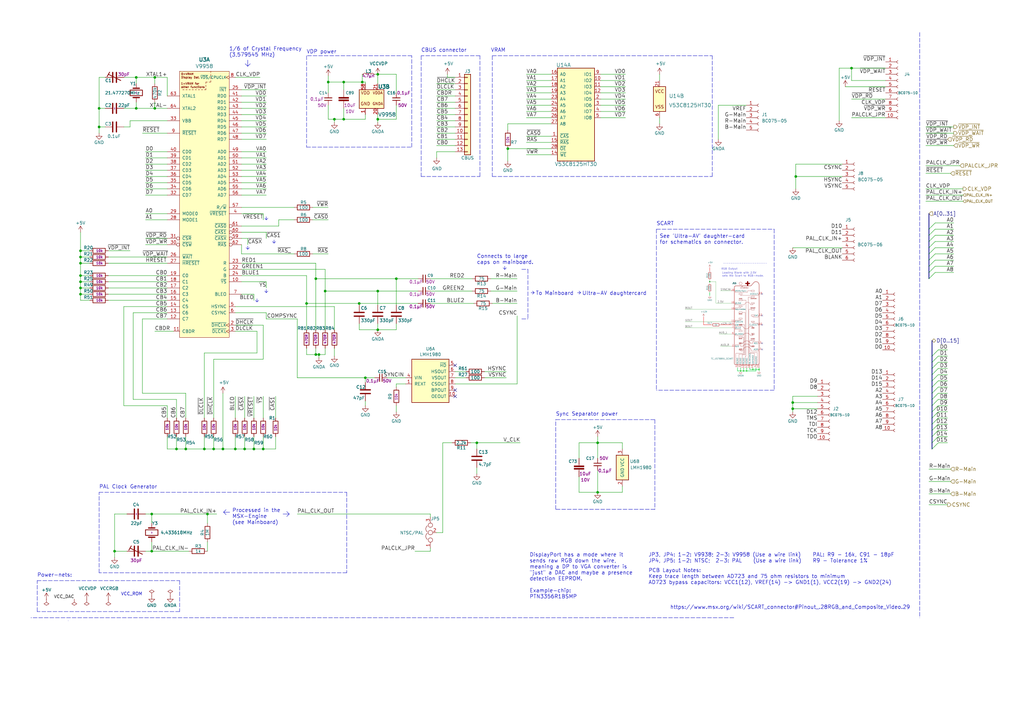
<source format=kicad_sch>
(kicad_sch (version 20211123) (generator eeschema)
  (paper "A3")
  (junction (at 46.99 226.06))
  (junction (at 149.86 154.94))
  (junction (at 33.02 105.41))
  (junction (at 154.94 48.895))
  (junction (at 87.63 184.15))
  (junction (at 83.82 184.15))
  (junction (at 208.28 60.96))
  (junction (at 33.02 113.03))
  (junction (at 104.14 184.15))
  (junction (at 33.02 115.57))
  (junction (at 55.88 44.45))
  (junction (at 325.12 165.1))
  (junction (at 63.5 31.75))
  (junction (at 349.25 27.94))
  (junction (at 140.97 48.895))
  (junction (at 147.32 124.46))
  (junction (at 33.02 107.95))
  (junction (at 140.97 33.655))
  (junction (at 62.23 210.82))
  (junction (at 100.33 184.15))
  (junction (at 63.5 44.45))
  (junction (at 137.16 48.895))
  (junction (at 154.94 30.48))
  (junction (at 33.02 120.65))
  (junction (at 325.12 167.64))
  (junction (at 72.39 184.15))
  (junction (at 129.54 145.415))
  (junction (at 40.64 52.07))
  (junction (at 62.23 226.06))
  (junction (at 96.52 184.15))
  (junction (at 129.54 114.3))
  (junction (at 195.58 181.61))
  (junction (at 130.81 145.415))
  (junction (at 85.09 210.82))
  (junction (at 148.59 33.655))
  (junction (at 125.73 124.46))
  (junction (at 134.62 33.655))
  (junction (at 133.35 119.38))
  (junction (at 76.2 184.15))
  (junction (at 40.64 44.45))
  (junction (at 245.11 201.93))
  (junction (at 154.94 119.38))
  (junction (at 107.95 184.15))
  (junction (at 326.39 72.39))
  (junction (at 33.02 102.87))
  (junction (at 245.11 181.61))
  (junction (at 55.88 31.75))
  (junction (at 154.94 135.255))
  (junction (at 162.56 114.3))
  (junction (at 91.44 184.15))
  (junction (at 33.02 118.11))
  (no_connect (at 186.69 149.86))
  (no_connect (at 186.69 160.02))
  (no_connect (at 186.69 162.56))
  (bus_entry (at 384.81 171.45) (size -2.54 2.54))
  (bus_entry (at 384.81 148.59) (size -2.54 2.54))
  (bus_entry (at 384.81 143.51) (size -2.54 2.54))
  (bus_entry (at 384.81 158.75) (size -2.54 2.54))
  (bus_entry (at 384.81 166.37) (size -2.54 2.54))
  (bus_entry (at 383.54 104.14) (size -2.54 2.54))
  (bus_entry (at 384.81 151.13) (size -2.54 2.54))
  (bus_entry (at 384.81 146.05) (size -2.54 2.54))
  (bus_entry (at 383.54 111.76) (size -2.54 2.54))
  (bus_entry (at 384.81 153.67) (size -2.54 2.54))
  (bus_entry (at 384.81 156.21) (size -2.54 2.54))
  (bus_entry (at 383.54 106.68) (size -2.54 2.54))
  (bus_entry (at 384.81 168.91) (size -2.54 2.54))
  (bus_entry (at 384.81 179.07) (size -2.54 2.54))
  (bus_entry (at 384.81 161.29) (size -2.54 2.54))
  (bus_entry (at 384.81 173.99) (size -2.54 2.54))
  (bus_entry (at 383.54 101.6) (size -2.54 2.54))
  (bus_entry (at 384.81 163.83) (size -2.54 2.54))
  (bus_entry (at 383.54 109.22) (size -2.54 2.54))
  (bus_entry (at 384.81 181.61) (size -2.54 2.54))
  (bus_entry (at 383.54 93.98) (size -2.54 2.54))
  (bus_entry (at 384.81 176.53) (size -2.54 2.54))
  (bus_entry (at 383.54 96.52) (size -2.54 2.54))
  (bus_entry (at 383.54 91.44) (size -2.54 2.54))
  (bus_entry (at 383.54 99.06) (size -2.54 2.54))
  (bus (pts (xy 382.27 151.13) (xy 382.27 153.67)))
  (wire (pts (xy 55.88 31.75) (xy 55.88 34.29)))
  (wire (pts (xy 59.69 90.17) (xy 68.58 90.17)))
  (wire (pts (xy 383.54 99.06) (xy 391.16 99.06)))
  (wire (pts (xy 101.6 97.79) (xy 101.6 100.33)))
  (wire (pts (xy 63.5 44.45) (xy 63.5 41.91)))
  (wire (pts (xy 195.58 181.61) (xy 195.58 184.15)))
  (polyline (pts (xy 104.775 123.19) (xy 105.41 123.825)) (stroke (width 0) (type solid)))
  (polyline (pts (xy 40.64 201.93) (xy 142.24 201.93)))
  (polyline (pts (xy 168.91 60.325) (xy 168.91 22.86)))
  (wire (pts (xy 179.07 62.23) (xy 186.69 62.23)))
  (wire (pts (xy 100.33 162.56) (xy 100.33 171.45)))
  (wire (pts (xy 125.73 124.46) (xy 125.73 135.255)))
  (wire (pts (xy 68.58 113.03) (xy 44.45 113.03)))
  (wire (pts (xy 83.82 179.07) (xy 83.82 184.15)))
  (wire (pts (xy 104.14 120.65) (xy 104.14 123.19)))
  (wire (pts (xy 99.06 113.03) (xy 125.73 113.03)))
  (wire (pts (xy 68.58 179.07) (xy 68.58 184.15)))
  (polyline (pts (xy 196.85 72.39) (xy 196.85 22.86)))
  (wire (pts (xy 381 197.485) (xy 389.89 197.485)))
  (wire (pts (xy 68.58 72.39) (xy 59.69 72.39)))
  (polyline (pts (xy 269.24 93.98) (xy 269.24 160.02)))
  (wire (pts (xy 68.58 118.11) (xy 44.45 118.11)))
  (polyline (pts (xy 172.72 22.86) (xy 172.72 72.39)))
  (polyline (pts (xy 216.535 110.49) (xy 216.535 130.81)))
  (polyline (pts (xy 207.01 109.22) (xy 207.01 110.49)) (stroke (width 0) (type solid)))
  (wire (pts (xy 52.07 226.06) (xy 46.99 226.06)))
  (polyline (pts (xy 101.6 27.178) (xy 102.616 26.162)) (stroke (width 0) (type solid)))
  (wire (pts (xy 99.06 49.53) (xy 109.22 49.53)))
  (polyline (pts (xy 237.49 119.38) (xy 238.125 120.015)) (stroke (width 0) (type solid)))
  (bus (pts (xy 382.27 158.75) (xy 382.27 161.29)))
  (wire (pts (xy 226.06 33.02) (xy 215.9 33.02)))
  (wire (pts (xy 36.83 120.65) (xy 33.02 120.65)))
  (wire (pts (xy 201.295 114.3) (xy 212.09 114.3)))
  (wire (pts (xy 383.54 104.14) (xy 391.16 104.14)))
  (wire (pts (xy 107.95 133.35) (xy 107.95 147.32)))
  (polyline (pts (xy 100.584 26.162) (xy 101.6 27.178)) (stroke (width 0) (type solid)))
  (wire (pts (xy 245.11 193.04) (xy 245.11 201.93)))
  (wire (pts (xy 162.56 30.48) (xy 154.94 30.48)))
  (wire (pts (xy 379.73 82.55) (xy 394.97 82.55)))
  (wire (pts (xy 33.02 113.03) (xy 33.02 115.57)))
  (wire (pts (xy 83.82 184.15) (xy 87.63 184.15)))
  (wire (pts (xy 186.69 54.61) (xy 179.07 54.61)))
  (wire (pts (xy 162.56 48.895) (xy 154.94 48.895)))
  (wire (pts (xy 99.06 57.15) (xy 109.22 57.15)))
  (wire (pts (xy 107.95 87.63) (xy 107.95 90.17)))
  (polyline (pts (xy 317.5 160.02) (xy 269.24 160.02)))
  (polyline (pts (xy 317.5 93.98) (xy 317.5 160.02)))
  (wire (pts (xy 140.97 44.45) (xy 140.97 48.895)))
  (wire (pts (xy 87.63 147.32) (xy 87.63 171.45)))
  (wire (pts (xy 99.06 39.37) (xy 109.22 39.37)))
  (wire (pts (xy 125.73 145.415) (xy 129.54 145.415)))
  (wire (pts (xy 176.53 119.38) (xy 193.675 119.38)))
  (wire (pts (xy 226.06 43.18) (xy 215.9 43.18)))
  (wire (pts (xy 147.32 124.46) (xy 171.45 124.46)))
  (wire (pts (xy 54.61 163.83) (xy 72.39 163.83)))
  (polyline (pts (xy 227.965 208.915) (xy 227.965 172.085)))
  (wire (pts (xy 383.54 111.76) (xy 391.16 111.76)))
  (wire (pts (xy 33.02 115.57) (xy 33.02 118.11)))
  (wire (pts (xy 176.53 212.09) (xy 176.53 210.82)))
  (wire (pts (xy 68.58 54.61) (xy 58.42 54.61)))
  (wire (pts (xy 394.97 77.47) (xy 379.73 77.47)))
  (wire (pts (xy 104.14 184.15) (xy 107.95 184.15)))
  (wire (pts (xy 87.63 147.32) (xy 107.95 147.32)))
  (wire (pts (xy 176.53 226.06) (xy 170.18 226.06)))
  (wire (pts (xy 133.35 119.38) (xy 154.94 119.38)))
  (wire (pts (xy 68.58 67.31) (xy 59.69 67.31)))
  (wire (pts (xy 325.12 101.6) (xy 345.44 101.6)))
  (wire (pts (xy 40.64 52.07) (xy 40.64 54.61)))
  (wire (pts (xy 33.02 120.65) (xy 33.02 123.19)))
  (wire (pts (xy 104.14 179.07) (xy 104.14 184.15)))
  (wire (pts (xy 99.06 87.63) (xy 107.95 87.63)))
  (wire (pts (xy 326.39 67.31) (xy 345.44 67.31)))
  (wire (pts (xy 99.06 92.71) (xy 114.3 92.71)))
  (wire (pts (xy 128.27 104.14) (xy 134.62 104.14)))
  (bus (pts (xy 381 96.52) (xy 381 99.06)))
  (wire (pts (xy 107.95 184.15) (xy 113.03 184.15)))
  (wire (pts (xy 349.25 27.94) (xy 349.25 33.02)))
  (wire (pts (xy 325.12 165.1) (xy 335.28 165.1)))
  (polyline (pts (xy 142.24 201.93) (xy 142.24 234.95)))
  (wire (pts (xy 46.99 226.06) (xy 46.99 228.6)))
  (wire (pts (xy 384.81 143.51) (xy 388.62 143.51)))
  (wire (pts (xy 99.06 54.61) (xy 109.22 54.61)))
  (wire (pts (xy 140.97 33.655) (xy 140.97 36.83)))
  (wire (pts (xy 246.38 33.02) (xy 256.54 33.02)))
  (wire (pts (xy 294.64 43.18) (xy 306.07 43.18)))
  (wire (pts (xy 46.99 210.82) (xy 46.99 226.06)))
  (wire (pts (xy 162.56 114.3) (xy 171.45 114.3)))
  (polyline (pts (xy 102.235 101.6) (xy 101.6 102.235)) (stroke (width 0) (type solid)))
  (wire (pts (xy 154.94 132.715) (xy 154.94 135.255)))
  (bus (pts (xy 381 87.63) (xy 381 93.98)))
  (wire (pts (xy 99.06 64.77) (xy 109.22 64.77)))
  (wire (pts (xy 33.02 95.25) (xy 33.02 102.87)))
  (wire (pts (xy 186.69 44.45) (xy 179.07 44.45)))
  (wire (pts (xy 54.61 128.27) (xy 54.61 163.83)))
  (wire (pts (xy 40.64 31.75) (xy 40.64 44.45)))
  (wire (pts (xy 68.58 166.37) (xy 68.58 171.45)))
  (polyline (pts (xy 91.694 210.058) (xy 94.234 210.058)) (stroke (width 0) (type solid)))
  (wire (pts (xy 68.58 74.93) (xy 59.69 74.93)))
  (wire (pts (xy 201.295 119.38) (xy 212.09 119.38)))
  (bus (pts (xy 382.27 171.45) (xy 382.27 173.99)))
  (wire (pts (xy 134.62 33.655) (xy 140.97 33.655)))
  (wire (pts (xy 137.16 48.895) (xy 140.97 48.895)))
  (wire (pts (xy 63.5 135.89) (xy 71.12 135.89)))
  (wire (pts (xy 96.52 184.15) (xy 100.33 184.15)))
  (wire (pts (xy 147.32 124.46) (xy 147.32 125.095)))
  (wire (pts (xy 109.22 115.57) (xy 109.22 118.11)))
  (wire (pts (xy 383.54 93.98) (xy 391.16 93.98)))
  (wire (pts (xy 59.69 97.79) (xy 68.58 97.79)))
  (wire (pts (xy 96.52 31.75) (xy 106.68 31.75)))
  (wire (pts (xy 383.54 91.44) (xy 391.16 91.44)))
  (wire (pts (xy 68.58 64.77) (xy 59.69 64.77)))
  (wire (pts (xy 186.69 46.99) (xy 179.07 46.99)))
  (polyline (pts (xy 125.73 60.325) (xy 168.91 60.325)))
  (wire (pts (xy 237.49 195.58) (xy 237.49 201.93)))
  (wire (pts (xy 113.03 171.45) (xy 113.03 162.56)))
  (wire (pts (xy 154.94 119.38) (xy 154.94 125.095)))
  (polyline (pts (xy 236.855 120.015) (xy 238.125 120.015)) (stroke (width 0) (type solid)))
  (polyline (pts (xy 100.965 101.6) (xy 101.6 102.235)) (stroke (width 0) (type solid)))
  (polyline (pts (xy 40.64 234.95) (xy 40.64 201.93)))
  (wire (pts (xy 149.86 154.94) (xy 153.67 154.94)))
  (polyline (pts (xy 218.44 120.65) (xy 219.075 120.015)) (stroke (width 0) (type solid)))
  (wire (pts (xy 149.86 164.465) (xy 149.86 166.37)))
  (wire (pts (xy 99.06 120.65) (xy 104.14 120.65)))
  (wire (pts (xy 100.33 184.15) (xy 104.14 184.15)))
  (wire (pts (xy 384.81 173.99) (xy 388.62 173.99)))
  (wire (pts (xy 245.11 181.61) (xy 245.11 187.96)))
  (wire (pts (xy 130.81 145.415) (xy 130.81 146.685)))
  (wire (pts (xy 96.52 135.89) (xy 105.41 135.89)))
  (wire (pts (xy 153.67 30.48) (xy 154.94 30.48)))
  (polyline (pts (xy 168.91 22.86) (xy 125.73 22.86)))
  (wire (pts (xy 130.81 145.415) (xy 133.35 145.415)))
  (wire (pts (xy 237.49 181.61) (xy 237.49 187.96)))
  (wire (pts (xy 76.2 161.29) (xy 76.2 171.45)))
  (polyline (pts (xy 108.585 119.38) (xy 109.22 120.015)) (stroke (width 0) (type solid)))
  (wire (pts (xy 72.39 179.07) (xy 72.39 184.15)))
  (bus (pts (xy 382.27 163.83) (xy 382.27 166.37)))
  (polyline (pts (xy 300.99 253.365) (xy 12.7 253.365)))
  (wire (pts (xy 186.69 36.83) (xy 179.07 36.83)))
  (wire (pts (xy 68.58 130.81) (xy 58.42 130.81)))
  (wire (pts (xy 76.2 179.07) (xy 76.2 184.15)))
  (wire (pts (xy 99.06 52.07) (xy 109.22 52.07)))
  (wire (pts (xy 99.06 115.57) (xy 109.22 115.57)))
  (polyline (pts (xy 108.585 89.535) (xy 109.22 90.17)) (stroke (width 0) (type solid)))
  (wire (pts (xy 270.51 30.48) (xy 270.51 33.02)))
  (bus (pts (xy 381 111.76) (xy 381 114.3)))
  (wire (pts (xy 379.73 52.07) (xy 391.16 52.07)))
  (wire (pts (xy 107.95 179.07) (xy 107.95 184.15)))
  (wire (pts (xy 270.51 48.26) (xy 270.51 50.8)))
  (polyline (pts (xy 142.24 234.95) (xy 40.64 234.95)))
  (wire (pts (xy 226.06 63.5) (xy 215.9 63.5)))
  (wire (pts (xy 91.44 184.15) (xy 96.52 184.15)))
  (wire (pts (xy 158.75 154.94) (xy 166.37 154.94)))
  (wire (pts (xy 183.515 31.75) (xy 186.69 31.75)))
  (wire (pts (xy 198.755 152.4) (xy 207.645 152.4)))
  (wire (pts (xy 99.06 67.31) (xy 109.22 67.31)))
  (wire (pts (xy 63.5 31.75) (xy 68.58 31.75)))
  (wire (pts (xy 186.69 157.48) (xy 212.09 157.48)))
  (wire (pts (xy 179.07 218.44) (xy 181.61 218.44)))
  (polyline (pts (xy 377.19 13.335) (xy 377.19 253.365)))
  (wire (pts (xy 129.54 107.95) (xy 129.54 114.3)))
  (wire (pts (xy 99.06 46.99) (xy 109.22 46.99)))
  (wire (pts (xy 154.94 46.99) (xy 154.94 48.895)))
  (wire (pts (xy 76.2 184.15) (xy 83.82 184.15)))
  (wire (pts (xy 379.73 67.945) (xy 393.7 67.945)))
  (wire (pts (xy 162.56 157.48) (xy 166.37 157.48)))
  (wire (pts (xy 149.86 33.655) (xy 149.86 34.29)))
  (wire (pts (xy 383.54 101.6) (xy 391.16 101.6)))
  (polyline (pts (xy 101.6 100.965) (xy 101.6 102.235)) (stroke (width 0) (type solid)))
  (wire (pts (xy 134.62 33.655) (xy 134.62 38.1)))
  (polyline (pts (xy 109.22 88.9) (xy 109.22 90.17)) (stroke (width 0) (type solid)))
  (wire (pts (xy 121.92 210.82) (xy 176.53 210.82)))
  (wire (pts (xy 384.81 179.07) (xy 388.62 179.07)))
  (wire (pts (xy 104.14 162.56) (xy 104.14 171.45)))
  (wire (pts (xy 44.45 102.87) (xy 53.34 102.87)))
  (wire (pts (xy 36.83 102.87) (xy 33.02 102.87)))
  (wire (pts (xy 212.09 129.54) (xy 212.09 157.48)))
  (wire (pts (xy 344.17 49.53) (xy 344.17 27.94)))
  (wire (pts (xy 140.97 48.895) (xy 149.86 48.895)))
  (wire (pts (xy 36.83 118.11) (xy 33.02 118.11)))
  (wire (pts (xy 99.06 97.79) (xy 101.6 97.79)))
  (wire (pts (xy 246.38 48.26) (xy 256.54 48.26)))
  (wire (pts (xy 349.25 48.26) (xy 363.22 48.26)))
  (wire (pts (xy 62.23 222.25) (xy 62.23 226.06)))
  (wire (pts (xy 99.06 74.93) (xy 109.22 74.93)))
  (polyline (pts (xy 201.93 72.39) (xy 292.1 72.39)))
  (wire (pts (xy 40.64 52.07) (xy 43.18 52.07)))
  (wire (pts (xy 87.63 184.15) (xy 91.44 184.15)))
  (wire (pts (xy 384.81 146.05) (xy 388.62 146.05)))
  (wire (pts (xy 109.22 130.81) (xy 121.92 130.81)))
  (polyline (pts (xy 15.24 250.825) (xy 15.24 238.125)))
  (wire (pts (xy 99.06 41.91) (xy 109.22 41.91)))
  (bus (pts (xy 382.27 156.21) (xy 382.27 158.75)))
  (polyline (pts (xy 268.605 172.085) (xy 268.605 208.915)))
  (wire (pts (xy 154.94 119.38) (xy 171.45 119.38)))
  (wire (pts (xy 195.58 181.61) (xy 193.04 181.61)))
  (wire (pts (xy 325.12 167.64) (xy 325.12 165.1)))
  (wire (pts (xy 105.41 144.78) (xy 83.82 144.78)))
  (wire (pts (xy 246.38 35.56) (xy 256.54 35.56)))
  (wire (pts (xy 245.11 181.61) (xy 255.27 181.61)))
  (bus (pts (xy 382.27 148.59) (xy 382.27 151.13)))
  (wire (pts (xy 134.62 43.18) (xy 134.62 48.895)))
  (wire (pts (xy 133.35 110.49) (xy 133.35 119.38)))
  (wire (pts (xy 43.18 44.45) (xy 40.64 44.45)))
  (wire (pts (xy 346.71 35.56) (xy 363.22 35.56)))
  (wire (pts (xy 134.62 31.115) (xy 134.62 33.655)))
  (wire (pts (xy 83.82 144.78) (xy 83.82 171.45)))
  (wire (pts (xy 186.69 49.53) (xy 179.07 49.53)))
  (wire (pts (xy 121.92 154.94) (xy 149.86 154.94)))
  (wire (pts (xy 36.83 123.19) (xy 33.02 123.19)))
  (wire (pts (xy 325.12 165.1) (xy 325.12 162.56)))
  (wire (pts (xy 50.8 44.45) (xy 55.88 44.45)))
  (wire (pts (xy 96.52 125.73) (xy 137.16 125.73)))
  (wire (pts (xy 121.92 130.81) (xy 121.92 154.94)))
  (polyline (pts (xy 118.618 210.82) (xy 117.602 209.804)) (stroke (width 0) (type solid)))
  (wire (pts (xy 59.69 226.06) (xy 62.23 226.06)))
  (wire (pts (xy 383.54 96.52) (xy 391.16 96.52)))
  (wire (pts (xy 33.02 105.41) (xy 33.02 107.95)))
  (polyline (pts (xy 105.41 122.555) (xy 105.41 123.825)) (stroke (width 0) (type solid)))
  (bus (pts (xy 382.27 166.37) (xy 382.27 168.91)))
  (wire (pts (xy 349.25 27.94) (xy 363.22 27.94)))
  (wire (pts (xy 72.39 184.15) (xy 68.58 184.15)))
  (wire (pts (xy 201.93 124.46) (xy 212.09 124.46)))
  (polyline (pts (xy 91.694 210.058) (xy 92.71 209.042)) (stroke (width 0) (type solid)))
  (wire (pts (xy 162.56 30.48) (xy 162.56 38.1)))
  (wire (pts (xy 85.09 214.63) (xy 85.09 210.82)))
  (polyline (pts (xy 227.965 172.085) (xy 268.605 172.085)))
  (wire (pts (xy 100.33 179.07) (xy 100.33 184.15)))
  (polyline (pts (xy 207.645 109.855) (xy 207.01 110.49)) (stroke (width 0) (type solid)))
  (wire (pts (xy 226.06 58.42) (xy 215.9 58.42)))
  (wire (pts (xy 176.53 224.79) (xy 176.53 226.06)))
  (wire (pts (xy 50.8 31.75) (xy 55.88 31.75)))
  (wire (pts (xy 99.06 62.23) (xy 109.22 62.23)))
  (wire (pts (xy 87.63 179.07) (xy 87.63 184.15)))
  (wire (pts (xy 68.58 69.85) (xy 59.69 69.85)))
  (wire (pts (xy 246.38 43.18) (xy 256.54 43.18)))
  (wire (pts (xy 107.95 162.56) (xy 107.95 171.45)))
  (wire (pts (xy 137.16 125.73) (xy 137.16 135.255)))
  (wire (pts (xy 255.27 199.39) (xy 255.27 201.93)))
  (wire (pts (xy 383.54 106.68) (xy 391.16 106.68)))
  (wire (pts (xy 128.27 85.09) (xy 134.62 85.09)))
  (wire (pts (xy 237.49 181.61) (xy 245.11 181.61)))
  (polyline (pts (xy 15.24 238.125) (xy 73.66 238.125)))
  (wire (pts (xy 246.38 38.1) (xy 256.54 38.1)))
  (wire (pts (xy 384.81 163.83) (xy 388.62 163.83)))
  (wire (pts (xy 226.06 30.48) (xy 215.9 30.48)))
  (polyline (pts (xy 269.24 93.98) (xy 317.5 93.98)))
  (bus (pts (xy 381 109.22) (xy 381 111.76)))
  (wire (pts (xy 162.56 158.75) (xy 162.56 157.48)))
  (polyline (pts (xy 92.71 211.074) (xy 91.694 210.058)) (stroke (width 0) (type solid)))
  (polyline (pts (xy 109.855 89.535) (xy 109.22 90.17)) (stroke (width 0) (type solid)))
  (wire (pts (xy 245.11 201.93) (xy 255.27 201.93)))
  (wire (pts (xy 44.45 107.95) (xy 68.58 107.95)))
  (wire (pts (xy 62.23 214.63) (xy 62.23 210.82)))
  (wire (pts (xy 326.39 72.39) (xy 326.39 77.47)))
  (polyline (pts (xy 292.1 72.39) (xy 292.1 22.86)))
  (wire (pts (xy 226.06 55.88) (xy 215.9 55.88)))
  (polyline (pts (xy 73.66 238.125) (xy 73.66 250.825)))
  (wire (pts (xy 186.69 41.91) (xy 179.07 41.91)))
  (polyline (pts (xy 106.045 123.19) (xy 105.41 123.825)) (stroke (width 0) (type solid)))
  (wire (pts (xy 384.81 171.45) (xy 388.62 171.45)))
  (wire (pts (xy 326.39 67.31) (xy 326.39 72.39)))
  (wire (pts (xy 195.58 181.61) (xy 213.36 181.61)))
  (wire (pts (xy 134.62 48.895) (xy 137.16 48.895)))
  (wire (pts (xy 208.28 50.8) (xy 208.28 53.34)))
  (wire (pts (xy 162.56 166.37) (xy 162.56 168.91)))
  (wire (pts (xy 133.35 119.38) (xy 133.35 135.255)))
  (wire (pts (xy 148.59 30.48) (xy 148.59 33.655)))
  (wire (pts (xy 379.73 71.12) (xy 389.89 71.12)))
  (wire (pts (xy 176.53 124.46) (xy 194.31 124.46)))
  (wire (pts (xy 294.64 43.18) (xy 294.64 57.15)))
  (wire (pts (xy 137.16 142.875) (xy 137.16 146.05)))
  (wire (pts (xy 208.28 60.96) (xy 226.06 60.96)))
  (wire (pts (xy 114.3 90.17) (xy 120.65 90.17)))
  (wire (pts (xy 50.8 166.37) (xy 68.58 166.37)))
  (bus (pts (xy 381 106.68) (xy 381 109.22)))
  (wire (pts (xy 99.06 100.33) (xy 99.06 104.14)))
  (wire (pts (xy 176.53 114.3) (xy 193.675 114.3)))
  (wire (pts (xy 59.69 87.63) (xy 68.58 87.63)))
  (polyline (pts (xy 268.605 208.915) (xy 227.965 208.915)))
  (wire (pts (xy 147.32 132.715) (xy 147.32 135.255)))
  (wire (pts (xy 325.12 168.91) (xy 325.12 167.64)))
  (polyline (pts (xy 101.6 27.178) (xy 101.6 24.638)) (stroke (width 0) (type solid)))
  (wire (pts (xy 154.94 135.255) (xy 162.56 135.255)))
  (wire (pts (xy 149.86 154.94) (xy 149.86 156.845)))
  (wire (pts (xy 384.81 151.13) (xy 388.62 151.13)))
  (wire (pts (xy 154.94 48.895) (xy 154.94 50.165)))
  (polyline (pts (xy 125.73 22.86) (xy 125.73 60.325)))
  (wire (pts (xy 383.54 109.22) (xy 391.16 109.22)))
  (polyline (pts (xy 201.93 22.86) (xy 201.93 72.39)))
  (bus (pts (xy 381 99.06) (xy 381 101.6)))
  (bus (pts (xy 381 101.6) (xy 381 104.14)))
  (wire (pts (xy 226.06 50.8) (xy 208.28 50.8)))
  (wire (pts (xy 226.06 45.72) (xy 215.9 45.72)))
  (wire (pts (xy 129.54 114.3) (xy 129.54 135.255)))
  (wire (pts (xy 52.07 210.82) (xy 46.99 210.82)))
  (polyline (pts (xy 109.22 118.745) (xy 109.22 120.015)) (stroke (width 0) (type solid)))
  (polyline (pts (xy 218.44 119.38) (xy 219.075 120.015)) (stroke (width 0) (type solid)))
  (wire (pts (xy 162.56 132.715) (xy 162.56 135.255)))
  (wire (pts (xy 55.88 31.75) (xy 63.5 31.75)))
  (wire (pts (xy 181.61 181.61) (xy 185.42 181.61)))
  (wire (pts (xy 99.06 80.01) (xy 109.22 80.01)))
  (wire (pts (xy 137.16 50.165) (xy 137.16 48.895)))
  (wire (pts (xy 379.73 54.61) (xy 391.16 54.61)))
  (wire (pts (xy 384.81 168.91) (xy 388.62 168.91)))
  (polyline (pts (xy 172.72 72.39) (xy 196.85 72.39)))
  (wire (pts (xy 128.27 90.17) (xy 134.62 90.17)))
  (wire (pts (xy 255.27 181.61) (xy 255.27 184.15)))
  (wire (pts (xy 99.06 36.83) (xy 109.22 36.83)))
  (wire (pts (xy 109.22 128.27) (xy 109.22 130.81)))
  (wire (pts (xy 246.38 45.72) (xy 256.54 45.72)))
  (bus (pts (xy 381 104.14) (xy 381 106.68)))
  (wire (pts (xy 36.83 105.41) (xy 33.02 105.41)))
  (polyline (pts (xy 117.602 211.836) (xy 118.618 210.82)) (stroke (width 0) (type solid)))
  (wire (pts (xy 198.755 154.94) (xy 207.645 154.94)))
  (wire (pts (xy 33.02 102.87) (xy 33.02 105.41)))
  (wire (pts (xy 68.58 31.75) (xy 68.58 39.37)))
  (wire (pts (xy 99.06 95.25) (xy 109.22 95.25)))
  (wire (pts (xy 96.52 128.27) (xy 109.22 128.27)))
  (wire (pts (xy 186.69 34.29) (xy 179.07 34.29)))
  (polyline (pts (xy 201.93 22.86) (xy 292.1 22.86)))
  (wire (pts (xy 44.45 105.41) (xy 68.58 105.41)))
  (wire (pts (xy 148.59 33.655) (xy 149.86 33.655)))
  (wire (pts (xy 109.22 95.25) (xy 109.22 97.79)))
  (wire (pts (xy 325.12 162.56) (xy 335.28 162.56)))
  (polyline (pts (xy 118.618 210.82) (xy 116.078 210.82)) (stroke (width 0) (type solid)))
  (wire (pts (xy 129.54 145.415) (xy 130.81 145.415)))
  (wire (pts (xy 33.02 118.11) (xy 33.02 120.65)))
  (wire (pts (xy 96.52 162.56) (xy 96.52 171.45)))
  (wire (pts (xy 208.28 60.96) (xy 208.28 66.04)))
  (wire (pts (xy 72.39 163.83) (xy 72.39 171.45)))
  (wire (pts (xy 99.06 44.45) (xy 109.22 44.45)))
  (wire (pts (xy 183.515 31.75) (xy 183.515 30.48)))
  (wire (pts (xy 381 202.565) (xy 389.89 202.565)))
  (wire (pts (xy 344.17 27.94) (xy 349.25 27.94)))
  (bus (pts (xy 382.27 176.53) (xy 382.27 179.07)))
  (polyline (pts (xy 206.375 109.855) (xy 207.01 110.49)) (stroke (width 0) (type solid)))
  (wire (pts (xy 99.06 72.39) (xy 109.22 72.39)))
  (wire (pts (xy 85.09 210.82) (xy 88.9 210.82)))
  (wire (pts (xy 58.42 130.81) (xy 58.42 161.29)))
  (wire (pts (xy 147.32 135.255) (xy 154.94 135.255)))
  (wire (pts (xy 53.34 49.53) (xy 53.34 52.07)))
  (wire (pts (xy 99.06 110.49) (xy 133.35 110.49)))
  (wire (pts (xy 162.56 114.3) (xy 162.56 125.095)))
  (wire (pts (xy 384.81 148.59) (xy 388.62 148.59)))
  (wire (pts (xy 226.06 40.64) (xy 215.9 40.64)))
  (wire (pts (xy 133.35 145.415) (xy 133.35 142.875)))
  (wire (pts (xy 125.73 142.875) (xy 125.73 145.415)))
  (wire (pts (xy 99.06 104.14) (xy 120.65 104.14)))
  (wire (pts (xy 68.58 123.19) (xy 44.45 123.19)))
  (wire (pts (xy 68.58 115.57) (xy 44.45 115.57)))
  (wire (pts (xy 99.06 77.47) (xy 109.22 77.47)))
  (wire (pts (xy 226.06 48.26) (xy 215.9 48.26)))
  (wire (pts (xy 149.86 46.99) (xy 149.86 48.895)))
  (wire (pts (xy 55.88 44.45) (xy 55.88 41.91)))
  (wire (pts (xy 55.88 44.45) (xy 63.5 44.45)))
  (bus (pts (xy 382.27 161.29) (xy 382.27 163.83)))
  (wire (pts (xy 68.58 62.23) (xy 59.69 62.23)))
  (wire (pts (xy 114.3 92.71) (xy 114.3 90.17)))
  (bus (pts (xy 382.27 146.05) (xy 382.27 148.59)))
  (wire (pts (xy 36.83 113.03) (xy 33.02 113.03)))
  (wire (pts (xy 33.02 107.95) (xy 33.02 113.03)))
  (wire (pts (xy 325.12 167.64) (xy 335.28 167.64)))
  (wire (pts (xy 384.81 176.53) (xy 388.62 176.53)))
  (wire (pts (xy 384.81 156.21) (xy 388.62 156.21)))
  (wire (pts (xy 391.16 59.69) (xy 379.73 59.69)))
  (wire (pts (xy 68.58 125.73) (xy 50.8 125.73)))
  (wire (pts (xy 99.06 85.09) (xy 120.65 85.09)))
  (wire (pts (xy 384.81 153.67) (xy 388.62 153.67)))
  (polyline (pts (xy 196.85 22.86) (xy 172.72 22.86)))
  (bus (pts (xy 382.27 181.61) (xy 382.27 184.15)))
  (wire (pts (xy 63.5 44.45) (xy 68.58 44.45)))
  (wire (pts (xy 195.58 191.77) (xy 195.58 194.31)))
  (wire (pts (xy 36.83 107.95) (xy 33.02 107.95)))
  (polyline (pts (xy 217.805 120.015) (xy 219.075 120.015)) (stroke (width 0) (type solid)))
  (wire (pts (xy 68.58 77.47) (xy 59.69 77.47)))
  (polyline (pts (xy 237.49 120.65) (xy 238.125 120.015)) (stroke (width 0) (type solid)))
  (wire (pts (xy 96.52 179.07) (xy 96.52 184.15)))
  (wire (pts (xy 36.83 115.57) (xy 33.02 115.57)))
  (wire (pts (xy 237.49 201.93) (xy 245.11 201.93)))
  (wire (pts (xy 53.34 52.07) (xy 50.8 52.07)))
  (wire (pts (xy 162.56 43.18) (xy 162.56 48.895)))
  (polyline (pts (xy 111.76 99.06) (xy 112.395 99.695)) (stroke (width 0) (type solid)))
  (wire (pts (xy 186.69 57.15) (xy 179.07 57.15)))
  (wire (pts (xy 326.39 72.39) (xy 345.44 72.39)))
  (wire (pts (xy 40.64 44.45) (xy 40.64 52.07)))
  (wire (pts (xy 99.06 69.85) (xy 109.22 69.85)))
  (wire (pts (xy 140.97 33.655) (xy 148.59 33.655)))
  (wire (pts (xy 113.03 184.15) (xy 113.03 179.07)))
  (wire (pts (xy 245.11 181.61) (xy 245.11 179.07)))
  (wire (pts (xy 181.61 218.44) (xy 181.61 181.61)))
  (wire (pts (xy 68.58 80.01) (xy 59.69 80.01)))
  (wire (pts (xy 50.8 125.73) (xy 50.8 166.37)))
  (wire (pts (xy 59.69 210.82) (xy 62.23 210.82)))
  (wire (pts (xy 186.69 39.37) (xy 179.07 39.37)))
  (wire (pts (xy 62.23 226.06) (xy 77.47 226.06)))
  (polyline (pts (xy 113.03 99.06) (xy 112.395 99.695)) (stroke (width 0) (type solid)))
  (wire (pts (xy 384.81 166.37) (xy 388.62 166.37)))
  (wire (pts (xy 76.2 184.15) (xy 72.39 184.15)))
  (wire (pts (xy 129.54 114.3) (xy 162.56 114.3)))
  (wire (pts (xy 384.81 158.75) (xy 388.62 158.75)))
  (wire (pts (xy 68.58 100.33) (xy 59.69 100.33)))
  (wire (pts (xy 349.25 33.02) (xy 363.22 33.02)))
  (wire (pts (xy 186.69 152.4) (xy 191.135 152.4)))
  (bus (pts (xy 382.27 173.99) (xy 382.27 176.53)))
  (wire (pts (xy 85.09 222.25) (xy 85.09 226.06)))
  (polyline (pts (xy 27.94 254.635) (xy 27.94 254.635)))
  (bus (pts (xy 382.27 168.91) (xy 382.27 171.45)))
  (wire (pts (xy 40.64 31.75) (xy 43.18 31.75)))
  (wire (pts (xy 384.81 161.29) (xy 388.62 161.29)))
  (polyline (pts (xy 112.395 98.425) (xy 112.395 99.695)) (stroke (width 0) (type solid)))
  (bus (pts (xy 382.27 139.7) (xy 382.27 146.05)))
  (wire (pts (xy 99.06 107.95) (xy 129.54 107.95)))
  (wire (pts (xy 154.94 30.48) (xy 154.94 34.29)))
  (polyline (pts (xy 213.995 110.49) (xy 216.535 110.49)))
  (wire (pts (xy 68.58 128.27) (xy 54.61 128.27)))
  (wire (pts (xy 68.58 120.65) (xy 44.45 120.65)))
  (wire (pts (xy 226.06 35.56) (xy 215.9 35.56)))
  (wire (pts (xy 105.41 135.89) (xy 105.41 144.78)))
  (wire (pts (xy 107.95 133.35) (xy 96.52 133.35)))
  (bus (pts (xy 381 93.98) (xy 381 96.52)))
  (wire (pts (xy 246.38 40.64) (xy 256.54 40.64)))
  (bus (pts (xy 382.27 153.67) (xy 382.27 156.21)))
  (wire (pts (xy 226.06 38.1) (xy 215.9 38.1)))
  (wire (pts (xy 58.42 161.29) (xy 76.2 161.29)))
  (wire (pts (xy 381 192.405) (xy 389.89 192.405)))
  (wire (pts (xy 384.81 181.61) (xy 388.62 181.61)))
  (wire (pts (xy 68.58 49.53) (xy 53.34 49.53)))
  (wire (pts (xy 125.73 113.03) (xy 125.73 124.46)))
  (wire (pts (xy 125.73 124.46) (xy 147.32 124.46)))
  (polyline (pts (xy 213.995 130.81) (xy 216.535 130.81)))
  (wire (pts (xy 63.5 31.75) (xy 63.5 34.29)))
  (polyline (pts (xy 73.66 250.825) (xy 15.24 250.825)))
  (bus (pts (xy 382.27 179.07) (xy 382.27 181.61)))
  (wire (pts (xy 349.25 40.64) (xy 363.22 40.64)))
  (wire (pts (xy 91.44 161.29) (xy 91.44 184.15)))
  (wire (pts (xy 381 207.01) (xy 388.62 207.01)))
  (wire (pts (xy 186.69 59.69) (xy 179.07 59.69)))
  (wire (pts (xy 62.23 210.82) (xy 85.09 210.82)))
  (wire (pts (xy 179.07 62.23) (xy 179.07 64.77)))
  (wire (pts (xy 246.38 30.48) (xy 256.54 30.48)))
  (wire (pts (xy 129.54 142.875) (xy 129.54 145.415)))
  (polyline (pts (xy 109.855 119.38) (xy 109.22 120.015)) (stroke (width 0) (type solid)))
  (wire (pts (xy 186.69 52.07) (xy 179.07 52.07)))
  (wire (pts (xy 394.97 80.01) (xy 379.73 80.01)))
  (wire (pts (xy 186.69 154.94) (xy 191.135 154.94)))
  (image (at 297.18 130.81) (scale 0.652913))
  (text "1/6 of Crystal Frequency \n(3,579545 MHz)" (at 93.98 23.495 0) (effects (font (size 1.524 1.524)) (justify left bottom)))
  (text "VDP power" (at 125.73 22.225 0) (effects (font (size 1.524 1.524)) (justify left bottom)))
  (text "Power-nets:" (at 15.24 236.855 0) (effects (font (size 1.524 1.524)) (justify left bottom)))
  (text "To Mainboard" (at 219.71 121.285 0) (effects (font (size 1.524 1.524)) (justify left bottom)))
  (text "PCB Layout Notes:\nKeep trace length between AD723 and 75 ohm resistors to minimum\nAD723 bypass capacitors: VCC1(12), VREF(14) -> GND1(1), VCC2(19) -> GND2(24)" (at 265.938 239.903 0) (effects (font (size 1.524 1.524)) (justify left bottom)))
  (text "PAL: R9 - 16k, C91 - 18pF\nR9 - Tolerance 1%" (at 333.248 231.013 0) (effects (font (size 1.524 1.524)) (justify left bottom)))
  (text "See 'Ultra-AV' daughter-card \nfor schematics on connector." (at 270.51 100.33 0) (effects (font (size 1.524 1.524)) (justify left bottom)))
  (text "VCC_ROM" (at 58.42 244.475 180) (effects (font (size 1.27 1.27)) (justify right bottom)))
  (text "CBUS connector" (at 172.72 21.59 0) (effects (font (size 1.524 1.524)) (justify left bottom)))
  (text "SCART" (at 269.24 92.71 0) (effects (font (size 1.524 1.524)) (justify left bottom)))
  (text "Processed in the \nMSX-Engine\n(see Mainboard)" (at 95.25 215.265 0) (effects (font (size 1.524 1.524)) (justify left bottom)))
  (text "Connects to large \ncaps on mainboard." (at 195.58 108.585 0) (effects (font (size 1.524 1.524)) (justify left bottom)))
  (text "Ultra-AV daughtercard\n" (at 238.76 121.285 0) (effects (font (size 1.524 1.524)) (justify left bottom)))
  (text "Memory-suggestions:\n-----------------------\nModern\n----\nIS42S16100H\nIS45S16100H\n\n\nLegacy\n----" (at 299.72 -5.08 0) (effects (font (size 1.524 1.524)) (justify left bottom)))
  (text "VRAM" (at 201.295 21.59 0) (effects (font (size 1.524 1.524)) (justify left bottom)))
  (text "Sync Separator power" (at 227.965 170.815 0) (effects (font (size 1.524 1.524)) (justify left bottom)))
  (text "JP3, JP4: 1-2: V9938; 2-3: V9958 (Use a wire link)\nJP4, JP5: 1-2: NTSC;  2-3: PAL    (Use a wire link)" (at 265.938 231.013 0) (effects (font (size 1.524 1.524)) (justify left bottom)))
  (text "PAL Clock Generator" (at 40.64 200.66 0) (effects (font (size 1.524 1.524)) (justify left bottom)))
  (text "DisplayPort has a mode where it \nsends raw RGB down the wire, \nmeaning a DP to VGA converter is \n\"just\" a DAC and maybe a presence \ndetection EEPROM.\n\nExample-chip:\nPTN3356R1BSMP" (at 217.17 245.745 0) (effects (font (size 1.524 1.524)) (justify left bottom)))
  (text "https://www.msx.org/wiki/SCART_connector#Pinout_.28RGB_and_Composite_Video.29" (at 274.828 250.063 0) (effects (font (size 1.524 1.524)) (justify left bottom)))
  (label "PALCLK_JPR" (at 379.73 67.945 0) (effects (font (size 1.524 1.524))))
  (label "VA0" (at 215.9 30.48 0) (effects (font (size 1.524 1.524))))
  (label "CB3" (at 68.58 120.65 180) (effects (font (size 1.524 1.524))))
  (label "PALCLK_JPR" (at 170.18 226.06 180) (effects (font (size 1.524 1.524))))
  (label "A4" (at 391.16 101.6 180) (effects (font (size 1.524 1.524))))
  (label "~{VDP_RD}" (at 388.62 57.15 180) (effects (font (size 1.524 1.524))))
  (label "V_CLK" (at 213.36 181.61 180) (effects (font (size 1.524 1.524))))
  (label "D3" (at 361.95 135.89 180) (effects (font (size 1.524 1.524))))
  (label "D5" (at 388.62 156.21 180) (effects (font (size 1.524 1.524))))
  (label "VA5" (at 215.9 43.18 0) (effects (font (size 1.524 1.524))))
  (label "D15" (at 388.62 181.61 180) (effects (font (size 1.524 1.524))))
  (label "VA0" (at 109.22 62.23 180) (effects (font (size 1.524 1.524))))
  (label "VD2" (at 256.54 35.56 180) (effects (font (size 1.524 1.524))))
  (label "VA5" (at 109.22 74.93 180) (effects (font (size 1.524 1.524))))
  (label "GREEN2" (at 190.5 119.38 180) (effects (font (size 1.524 1.524))))
  (label "VA2" (at 109.22 67.31 180) (effects (font (size 1.524 1.524))))
  (label "A3" (at 361.95 163.83 180) (effects (font (size 1.524 1.524))))
  (label "A1" (at 59.69 90.17 0) (effects (font (size 1.524 1.524))))
  (label "PAL_CLK_IN+" (at 379.73 80.01 0) (effects (font (size 1.524 1.524))))
  (label "CB0" (at 179.07 59.69 0) (effects (font (size 1.524 1.524))))
  (label "~{HRESET}" (at 59.69 107.95 0) (effects (font (size 1.524 1.524))))
  (label "GREEN1" (at 99.06 110.49 0) (effects (font (size 1.524 1.524))))
  (label "RED2" (at 190.5 114.3 180) (effects (font (size 1.524 1.524))))
  (label "TMS" (at 335.28 172.72 180) (effects (font (size 1.524 1.524))))
  (label "VD7" (at 109.22 57.15 180) (effects (font (size 1.524 1.524))))
  (label "D6" (at 59.69 77.47 0) (effects (font (size 1.524 1.524))))
  (label "~{DHCLK}" (at 179.07 34.29 0) (effects (font (size 1.524 1.524))))
  (label "VA6" (at 215.9 45.72 0) (effects (font (size 1.524 1.524))))
  (label "CBDR" (at 179.07 39.37 0) (effects (font (size 1.524 1.524))))
  (label "CSYNC" (at 212.09 129.54 180) (effects (font (size 1.524 1.524))))
  (label "~{VWR}" (at 134.62 85.09 180) (effects (font (size 1.524 1.524))))
  (label "D4" (at 361.95 133.35 180) (effects (font (size 1.524 1.524))))
  (label "D10" (at 345.44 93.98 180) (effects (font (size 1.524 1.524))))
  (label "D4" (at 59.69 72.39 0) (effects (font (size 1.524 1.524))))
  (label "~{VDP_RD}" (at 349.25 40.64 0) (effects (font (size 1.524 1.524))))
  (label "A1" (at 361.95 123.19 180) (effects (font (size 1.524 1.524))))
  (label "D7" (at 388.62 161.29 180) (effects (font (size 1.524 1.524))))
  (label "R-Main" (at 306.07 50.8 180) (effects (font (size 1.524 1.524))))
  (label "CB2" (at 179.07 54.61 0) (effects (font (size 1.524 1.524))))
  (label "A2" (at 361.95 161.29 180) (effects (font (size 1.524 1.524))))
  (label "D9" (at 335.28 157.48 180) (effects (font (size 1.524 1.524))))
  (label "VA3" (at 109.22 69.85 180) (effects (font (size 1.524 1.524))))
  (label "B-Main" (at 212.09 124.46 180) (effects (font (size 1.524 1.524))))
  (label "~{RESET}" (at 379.73 71.12 0) (effects (font (size 1.524 1.524))))
  (label "D11" (at 345.44 96.52 180) (effects (font (size 1.524 1.524))))
  (label "G-Main" (at 306.07 48.26 180) (effects (font (size 1.524 1.524))))
  (label "VD2" (at 109.22 44.45 180) (effects (font (size 1.524 1.524))))
  (label "D7" (at 59.69 80.01 0) (effects (font (size 1.524 1.524))))
  (label "VA7" (at 109.22 80.01 180) (effects (font (size 1.524 1.524))))
  (label "D5" (at 59.69 74.93 0) (effects (font (size 1.524 1.524))))
  (label "BLEO" (at 96.52 162.56 270) (effects (font (size 1.524 1.524))))
  (label "D0" (at 361.95 143.51 180) (effects (font (size 1.524 1.524))))
  (label "VD7" (at 256.54 48.26 180) (effects (font (size 1.524 1.524))))
  (label "TCK" (at 335.28 177.8 180) (effects (font (size 1.524 1.524))))
  (label "TDO" (at 335.28 180.34 180) (effects (font (size 1.524 1.524))))
  (label "VA3" (at 215.9 38.1 0) (effects (font (size 1.524 1.524))))
  (label "VD4" (at 256.54 40.64 180) (effects (font (size 1.524 1.524))))
  (label "VA1" (at 215.9 33.02 0) (effects (font (size 1.524 1.524))))
  (label "CLK_VDP" (at 379.73 77.47 0) (effects (font (size 1.524 1.524))))
  (label "VD1" (at 256.54 33.02 180) (effects (font (size 1.524 1.524))))
  (label "CB6" (at 72.39 171.45 90) (effects (font (size 1.524 1.524))))
  (label "VD1" (at 109.22 41.91 180) (effects (font (size 1.524 1.524))))
  (label "CB3" (at 179.07 52.07 0) (effects (font (size 1.524 1.524))))
  (label "VSYNC" (at 345.44 77.47 180) (effects (font (size 1.524 1.524))))
  (label "VD5" (at 256.54 43.18 180) (effects (font (size 1.524 1.524))))
  (label "A8" (at 361.95 176.53 180) (effects (font (size 1.524 1.524))))
  (label "BLANK" (at 345.44 106.68 180) (effects (font (size 1.524 1.524))))
  (label "CB7" (at 68.58 130.81 180) (effects (font (size 1.524 1.524))))
  (label "CLK_VDP" (at 106.68 31.75 180) (effects (font (size 1.524 1.524))))
  (label "BLUE2" (at 190.5 124.46 180) (effects (font (size 1.524 1.524))))
  (label "CB1" (at 179.07 57.15 0) (effects (font (size 1.524 1.524))))
  (label "PAL_CLK_IN-" (at 77.47 226.06 180) (effects (font (size 1.524 1.524))))
  (label "CB6" (at 68.58 128.27 180) (effects (font (size 1.524 1.524))))
  (label "VD4" (at 109.22 49.53 180) (effects (font (size 1.524 1.524))))
  (label "A0" (at 59.69 87.63 0) (effects (font (size 1.524 1.524))))
  (label "~{RAS_}" (at 119.38 104.14 180) (effects (font (size 1.524 1.524))))
  (label "~{DHCLK}" (at 87.63 170.18 90) (effects (font (size 1.524 1.524))))
  (label "~{DLCLK}" (at 179.07 36.83 0) (effects (font (size 1.524 1.524))))
  (label "A4" (at 361.95 166.37 180) (effects (font (size 1.524 1.524))))
  (label "B-Main" (at 381 202.565 0) (effects (font (size 1.524 1.524))))
  (label "~{VDP_WAIT}" (at 363.22 30.48 180) (effects (font (size 1.524 1.524))))
  (label "D15" (at 361.95 158.75 180) (effects (font (size 1.524 1.524))))
  (label "D2" (at 59.69 67.31 0) (effects (font (size 1.524 1.524))))
  (label "A0" (at 391.16 91.44 180) (effects (font (size 1.524 1.524))))
  (label "CB5" (at 68.58 171.45 90) (effects (font (size 1.524 1.524))))
  (label "~{RESET}" (at 363.22 38.1 180) (effects (font (size 1.524 1.524))))
  (label "~{DLCLK}" (at 83.82 170.18 90) (effects (font (size 1.524 1.524))))
  (label "A0" (at 361.95 120.65 180) (effects (font (size 1.524 1.524))))
  (label "HSYNC" (at 345.44 74.93 180) (effects (font (size 1.524 1.524))))
  (label "D13" (at 361.95 153.67 180) (effects (font (size 1.524 1.524))))
  (label "~{CAS0}" (at 215.9 55.88 0) (effects (font (size 1.524 1.524))))
  (label "CB1" (at 68.58 115.57 180) (effects (font (size 1.524 1.524))))
  (label "VD6" (at 256.54 45.72 180) (effects (font (size 1.524 1.524))))
  (label "~{DHCLK}" (at 96.52 133.35 0) (effects (font (size 1.524 1.524))))
  (label "CB4" (at 179.07 49.53 0) (effects (font (size 1.524 1.524))))
  (label "D14" (at 361.95 156.21 180) (effects (font (size 1.524 1.524))))
  (label "CB5" (at 179.07 46.99 0) (effects (font (size 1.524 1.524))))
  (label "B-Main" (at 306.07 53.34 180) (effects (font (size 1.524 1.524))))
  (label "CB7" (at 179.07 41.91 0) (effects (font (size 1.524 1.524))))
  (label "A3" (at 391.16 99.06 180) (effects (font (size 1.524 1.524))))
  (label "A1" (at 391.16 93.98 180) (effects (font (size 1.524 1.524))))
  (label "~{VDP_INT}" (at 379.73 52.07 0) (effects (font (size 1.524 1.524))))
  (label "~{VDP_WAIT}" (at 58.42 105.41 0) (effects (font (size 1.524 1.524))))
  (label "VD3" (at 256.54 38.1 180) (effects (font (size 1.524 1.524))))
  (label "CB2" (at 68.58 118.11 180) (effects (font (size 1.524 1.524))))
  (label "A7" (at 391.16 109.22 180) (effects (font (size 1.524 1.524))))
  (label "~{VDP_WR}" (at 379.73 59.69 0) (effects (font (size 1.524 1.524))))
  (label "~{DLCLK}" (at 96.52 135.89 0) (effects (font (size 1.524 1.524))))
  (label "D2" (at 361.95 138.43 180) (effects (font (size 1.524 1.524))))
  (label "~{YS}" (at 107.95 162.56 270) (effects (font (size 1.524 1.524))))
  (label "~{VRESET}" (at 104.14 162.56 270) (effects (font (size 1.524 1.524))))
  (label "COMPSYNC" (at 121.92 130.81 180) (effects (font (size 1.524 1.524))))
  (label "A6" (at 361.95 171.45 180) (effects (font (size 1.524 1.524))))
  (label "~{VDP_WR}" (at 59.69 100.33 0) (effects (font (size 1.524 1.524))))
  (label "CSYNC" (at 345.44 69.85 180) (effects (font (size 1.524 1.524))))
  (label "D12" (at 388.62 173.99 180) (effects (font (size 1.524 1.524))))
  (label "A8" (at 391.16 111.76 180) (effects (font (size 1.524 1.524))))
  (label "CSYNC" (at 381 207.01 0) (effects (font (size 1.524 1.524))))
  (label "CB0" (at 68.58 113.03 180) (effects (font (size 1.524 1.524))))
  (label "A6" (at 391.16 106.68 180) (effects (font (size 1.524 1.524))))
  (label "R-Main" (at 381 192.405 0) (effects (font (size 1.524 1.524))))
  (label "VREF" (at 306.07 45.72 180) (effects (font (size 1.524 1.524))))
  (label "SYNCIN" (at 165.735 154.94 180) (effects (font (size 1.524 1.524))))
  (label "CB6" (at 179.07 44.45 0) (effects (font (size 1.524 1.524))))
  (label "D0" (at 388.62 143.51 180) (effects (font (size 1.524 1.524))))
  (label "VD5" (at 109.22 52.07 180) (effects (font (size 1.524 1.524))))
  (label "~{RESET}" (at 58.42 54.61 0) (effects (font (size 1.524 1.524))))
  (label "D11" (at 388.62 171.45 180) (effects (font (size 1.524 1.524))))
  (label "~{VDP_INT}" (at 363.22 25.4 180) (effects (font (size 1.524 1.524))))
  (label "D1" (at 388.62 146.05 180) (effects (font (size 1.524 1.524))))
  (label "~{VWR}" (at 215.9 63.5 0) (effects (font (size 1.524 1.524))))
  (label "VD0" (at 256.54 30.48 180) (effects (font (size 1.524 1.524))))
  (label "D5" (at 361.95 130.81 180) (effects (font (size 1.524 1.524))))
  (label "~{CAS0}" (at 134.62 90.17 180) (effects (font (size 1.524 1.524))))
  (label "~{YS}" (at 109.22 118.11 180) (effects (font (size 1.524 1.524))))
  (label "~{VRESET}" (at 107.95 90.17 180) (effects (font (size 1.524 1.524))))
  (label "~{RAS}" (at 215.9 58.42 0) (effects (font (size 1.524 1.524))))
  (label "VA4" (at 215.9 40.64 0) (effects (font (size 1.524 1.524))))
  (label "D13" (at 388.62 176.53 180) (effects (font (size 1.524 1.524))))
  (label "D8" (at 388.62 163.83 180) (effects (font (size 1.524 1.524))))
  (label "~{CASX}" (at 100.33 162.56 270) (effects (font (size 1.524 1.524))))
  (label "PAL_CLK_IN+" (at 345.44 99.06 180) (effects (font (size 1.524 1.524))))
  (label "D2" (at 388.62 148.59 180) (effects (font (size 1.524 1.524))))
  (label "CB5" (at 68.58 125.73 180) (effects (font (size 1.524 1.524))))
  (label "PAL_CLK_OUT" (at 121.92 210.82 0) (effects (font (size 1.524 1.524))))
  (label "A7" (at 361.95 173.99 180) (effects (font (size 1.524 1.524))))
  (label "D3" (at 388.62 151.13 180) (effects (font (size 1.524 1.524))))
  (label "RED1" (at 99.06 107.95 0) (effects (font (size 1.524 1.524))))
  (label "VA1" (at 109.22 64.77 180) (effects (font (size 1.524 1.524))))
  (label "VD3" (at 109.22 46.99 180) (effects (font (size 1.524 1.524))))
  (label "~{RAS}" (at 134.62 104.14 180) (effects (font (size 1.524 1.524))))
  (label "D12" (at 335.28 170.18 180) (effects (font (size 1.524 1.524))))
  (label "VCC_DAC" (at 30.48 245.745 180))
  (label "D1" (at 59.69 64.77 0) (effects (font (size 1.524 1.524))))
  (label "VSYNC" (at 207.645 154.94 180) (effects (font (size 1.524 1.524))))
  (label "D4" (at 388.62 153.67 180) (effects (font (size 1.524 1.524))))
  (label "D9" (at 388.62 166.37 180) (effects (font (size 1.524 1.524))))
  (label "D6" (at 388.62 158.75 180) (effects (font (size 1.524 1.524))))
  (label "VA2" (at 215.9 35.56 0) (effects (font (size 1.524 1.524))))
  (label "A5" (at 361.95 168.91 180) (effects (font (size 1.524 1.524))))
  (label "XTAL-" (at 68.58 44.45 180) (effects (font (size 1.524 1.524))))
  (label "PAL_CLK_OUT" (at 345.44 104.14 180) (effects (font (size 1.524 1.524))))
  (label "~{VDP_INT}" (at 109.22 36.83 180) (effects (font (size 1.524 1.524))))
  (label "~{VDP_INT}" (at 53.34 102.87 180) (effects (font (size 1.524 1.524))))
  (label "CBDR" (at 63.5 135.89 0) (effects (font (size 1.524 1.524))))
  (label "VA6" (at 109.22 77.47 180) (effects (font (size 1.524 1.524))))
  (label "VD0" (at 109.22 39.37 180) (effects (font (size 1.524 1.524))))
  (label "VD6" (at 109.22 54.61 180) (effects (font (size 1.524 1.524))))
  (label "CB4" (at 68.58 123.19 180) (effects (font (size 1.524 1.524))))
  (label "R-Main" (at 212.09 114.3 180) (effects (font (size 1.524 1.524))))
  (label "D0" (at 59.69 62.23 0) (effects (font (size 1.524 1.524))))
  (label "~{VDP_RD}" (at 59.69 97.79 0) (effects (font (size 1.524 1.524))))
  (label "BLEO" (at 104.14 123.19 180) (effects (font (size 1.524 1.524))))
  (label "TDI" (at 335.28 175.26 180) (effects (font (size 1.524 1.524))))
  (label "CB7" (at 76.2 171.45 90) (effects (font (size 1.524 1.524))))
  (label "HSYNC" (at 207.645 152.4 180) (effects (font (size 1.524 1.524))))
  (label "PAL_CLK_IN+" (at 88.9 210.82 180) (effects (font (size 1.524 1.524))))
  (label "G-Main" (at 212.09 119.38 180) (effects (font (size 1.524 1.524))))
  (label "A2" (at 391.16 96.52 180) (effects (font (size 1.524 1.524))))
  (label "PALCLK_JPR" (at 349.25 48.26 0) (effects (font (size 1.524 1.524))))
  (label "XTAL1+" (at 68.58 31.75 180) (effects (font (size 1.524 1.524))))
  (label "D8" (at 335.28 160.02 180) (effects (font (size 1.524 1.524))))
  (label "~{VDP_WR}" (at 363.22 45.72 180) (effects (font (size 1.524 1.524))))
  (label "VA7" (at 215.9 48.26 0) (effects (font (size 1.524 1.524))))
  (label "D6" (at 361.95 128.27 180) (effects (font (size 1.524 1.524))))
  (label "~{CAS1}" (at 113.03 162.56 270) (effects (font (size 1.524 1.524))))
  (label "~{CAS1}" (at 109.22 97.79 0) (effects (font (size 1.524 1.524))))
  (label "A5" (at 391.16 104.14 180) (effects (font (size 1.524 1.524))))
  (label "D7" (at 361.95 125.73 180) (effects (font (size 1.524 1.524))))
  (label "PAL_CLK_OUT" (at 379.73 82.55 0) (effects (font (size 1.524 1.524))))
  (label "G-Main" (at 381 197.485 0) (effects (font (size 1.524 1.524))))
  (label "~{CASX}" (at 101.6 100.33 0) (effects (font (size 1.524 1.524))))
  (label "D3" (at 59.69 69.85 0) (effects (font (size 1.524 1.524))))
  (label "D10" (at 388.62 168.91 180) (effects (font (size 1.524 1.524))))
  (label "~{VDP_WAIT}" (at 379.73 54.61 0) (effects (font (size 1.524 1.524))))
  (label "D1" (at 361.95 140.97 180) (effects (font (size 1.524 1.524))))
  (label "D14" (at 388.62 179.07 180) (effects (font (size 1.524 1.524))))
  (label "BLUE1" (at 99.06 113.03 0) (effects (font (size 1.524 1.524))))
  (label "CLK_VDP" (at 363.22 43.18 180) (effects (font (size 1.524 1.524))))
  (label "VA4" (at 109.22 72.39 180) (effects (font (size 1.524 1.524))))
  (hierarchical_label "PALCLK_JPR" (shape input) (at 393.7 67.945 0) (effects (font (size 1.524 1.524))))
  (hierarchical_label "G-Main" (shape input) (at 389.89 197.485 0) (effects (font (size 1.524 1.524))))
  (hierarchical_label "D[0..15]" (shape bidirectional) (at 382.27 139.7 0) (effects (font (size 1.524 1.524))))
  (hierarchical_label "R-Main" (shape input) (at 389.89 192.405 0) (effects (font (size 1.524 1.524))))
  (hierarchical_label "PAL_CLK_IN+" (shape input) (at 394.97 80.01 0) (effects (font (size 1.1 1.1))))
  (hierarchical_label "~{VDP_INT}" (shape output) (at 391.16 52.07 0) (effects (font (size 1.524 1.524))))
  (hierarchical_label "CLK_VDP" (shape output) (at 394.97 77.47 0) (effects (font (size 1.524 1.524))))
  (hierarchical_label "CSYNC" (shape output) (at 388.62 207.01 0) (effects (font (size 1.524 1.524))))
  (hierarchical_label "~{VDP_WR}" (shape input) (at 391.16 59.69 0) (effects (font (size 1.524 1.524))))
  (hierarchical_label "A[0..31]" (shape input) (at 381 87.63 0) (effects (font (size 1.524 1.524))))
  (hierarchical_label "PAL_CLK_OUT" (shape input) (at 394.97 82.55 0) (effects (font (size 1.1 1.1))))
  (hierarchical_label "~{VDP_WAIT}" (shape output) (at 391.16 54.61 0) (effects (font (size 1.524 1.524))))
  (hierarchical_label "~{VDP_RD}" (shape input) (at 388.62 57.15 0) (effects (font (size 1.524 1.524))))
  (hierarchical_label "B-Main" (shape input) (at 389.89 202.565 0) (effects (font (size 1.524 1.524))))
  (hierarchical_label "~{RESET}" (shape input) (at 389.89 71.12 0) (effects (font (size 1.524 1.524))))
  (symbol (lib_id "Device:Crystal") (at 55.88 38.1 90) (unit 1)
    (property "Reference" "Y1" (at 54.61 34.29 90))
    (property "Value" "21.477270MHz" (at 50.165 38.1 90))
    (property "Footprint" "Ultra-MSX:Crystal_HC-49U_Vert" (effects hide))
    (property "Datasheet" "~" (at 55.88 38.1 0))
  )
  (symbol (lib_id "Device:C") (at 46.99 44.45 90) (unit 1)
    (property "Reference" "C2" (at 45.72 43.18 90) (effects (justify left)))
    (property "Value" "22pF" (at 53.34 43.18 90) (effects (justify left)))
    (property "Footprint" "Capacitor_SMD:C_0603_1608Metric" (effects hide))
    (property "Datasheet" "~" (at 46.99 44.45 0))
  )
  (symbol (lib_id "power:GND") (at 40.64 54.61 0) (unit 1)
    (property "Reference" "#PWR035" (effects hide))
    (property "Value" "GND" (at 40.64 58.42 0))
  )
  (symbol (lib_id "Device:R") (at 63.5 38.1 0) (mirror x) (unit 1)
    (property "Reference" "R2" (at 65.532 38.1 90))
    (property "Value" "470k" (at 63.5 38.1 90))
    (property "Footprint" "Resistor_SMD:R_0805_2012Metric" (effects hide))
  )
  (symbol (lib_id "LRJ-parts:CTRIM_SGC3S300NM") (at 46.99 31.75 90) (unit 1)
    (property "Reference" "C1" (at 44.45 33.02 90))
    (property "Value" "CTRIM_SGC3S300NM" (effects hide))
    (property "Footprint" "Capacitor_SMD:C_Trimmer_Sprague-Goodman_SGC3" (effects hide))
    (property "Datasheet" "https://media.digikey.com/pdf/Data%20Sheets/EW%20Electronics-Edmar/SCG3S_Series_Spec_2020.pdf" (effects hide))
    (property "MPN" "SGC3S300NM" (effects hide))
    (property "Manufacturer" "EW Electronics" (effects hide))
    (property "Capacitance" "30pF" (at 50.8 30.48 90))
  )
  (symbol (lib_id "Device:C") (at 195.58 187.96 0) (unit 1)
    (property "Reference" "C13" (at 196.215 185.42 0) (effects (justify left)))
    (property "Value" "4.7pF" (at 196.215 190.5 0) (effects (justify left)))
    (property "Footprint" "Capacitor_SMD:C_0603_1608Metric" (effects hide))
  )
  (symbol (lib_id "Device:C") (at 149.86 160.655 0) (unit 1)
    (property "Reference" "C12" (at 146.05 158.75 0) (effects (justify left)))
    (property "Value" "47pF" (at 144.78 163.195 0) (effects (justify left)))
    (property "Footprint" "Capacitor_SMD:C_0603_1608Metric" (effects hide))
  )
  (symbol (lib_id "power:GND") (at 195.58 194.31 0) (unit 1)
    (property "Reference" "#PWR054" (effects hide))
    (property "Value" "GND" (at 195.58 198.12 0))
  )
  (symbol (lib_id "Device:R") (at 189.23 181.61 270) (unit 1)
    (property "Reference" "R11" (at 189.23 183.642 90))
    (property "Value" "2.2k" (at 189.23 181.61 90))
    (property "Footprint" "Resistor_SMD:R_0603_1608Metric" (effects hide))
  )
  (symbol (lib_id "Device:C") (at 46.99 52.07 90) (unit 1)
    (property "Reference" "C3" (at 45.72 50.8 90) (effects (justify left)))
    (property "Value" "0.1uF" (at 49.53 55.88 90) (effects (justify left)))
    (property "Footprint" "Capacitor_SMD:C_0603_1608Metric" (effects hide))
  )
  (symbol (lib_id "Device:R") (at 198.12 124.46 270) (unit 1)
    (property "Reference" "R15" (at 198.12 126.492 90))
    (property "Value" "75" (at 198.12 124.46 90))
    (property "Footprint" "Resistor_SMD:R_0603_1608Metric" (effects hide))
  )
  (symbol (lib_id "Device:R") (at 197.485 119.38 270) (unit 1)
    (property "Reference" "R14" (at 197.485 121.412 90))
    (property "Value" "75" (at 197.485 119.38 90))
    (property "Footprint" "Resistor_SMD:R_0603_1608Metric" (effects hide))
  )
  (symbol (lib_id "Device:R") (at 197.485 114.3 270) (unit 1)
    (property "Reference" "R13" (at 197.485 116.332 90))
    (property "Value" "75" (at 197.485 114.3 90))
    (property "Footprint" "Resistor_SMD:R_0603_1608Metric" (effects hide))
  )
  (symbol (lib_id "Device:R") (at 124.46 85.09 270) (mirror x) (unit 1)
    (property "Reference" "R5" (at 124.46 83.058 90))
    (property "Value" "100" (at 124.46 85.09 90))
    (property "Footprint" "Resistor_SMD:R_0603_1608Metric" (effects hide))
  )
  (symbol (lib_id "Device:R") (at 124.46 90.17 270) (mirror x) (unit 1)
    (property "Reference" "R6" (at 124.46 88.138 90))
    (property "Value" "100" (at 124.46 90.17 90))
    (property "Footprint" "Resistor_SMD:R_0603_1608Metric" (effects hide))
  )
  (symbol (lib_id "Device:R") (at 124.46 104.14 270) (mirror x) (unit 1)
    (property "Reference" "R8" (at 124.46 102.108 90))
    (property "Value" "100" (at 124.46 104.14 90))
    (property "Footprint" "Resistor_SMD:R_0603_1608Metric" (effects hide))
  )
  (symbol (lib_id "Device:C") (at 147.32 128.905 0) (unit 1)
    (property "Reference" "C6" (at 147.955 126.365 0) (effects (justify left)))
    (property "Value" "330pF" (at 147.955 131.445 0) (effects (justify left)))
    (property "Footprint" "Capacitor_SMD:C_0603_1608Metric" (effects hide))
  )
  (symbol (lib_id "Device:C") (at 154.94 128.905 0) (unit 1)
    (property "Reference" "C7" (at 155.575 126.365 0) (effects (justify left)))
    (property "Value" "330pF" (at 155.575 131.445 0) (effects (justify left)))
    (property "Footprint" "Capacitor_SMD:C_0603_1608Metric" (effects hide))
  )
  (symbol (lib_id "Device:C") (at 162.56 128.905 0) (unit 1)
    (property "Reference" "C8" (at 163.195 126.365 0) (effects (justify left)))
    (property "Value" "330pF" (at 163.195 131.445 0) (effects (justify left)))
    (property "Footprint" "Capacitor_SMD:C_0603_1608Metric" (effects hide))
  )
  (symbol (lib_id "Device:Crystal") (at 62.23 218.44 270) (unit 1)
    (property "Reference" "Y3" (at 63.5 214.63 90))
    (property "Value" "4.433618MHz" (at 72.39 218.44 90))
    (property "Footprint" "Ultra-MSX:Crystal_HC-49U_Vert" (effects hide))
    (property "Datasheet" "~" (at 62.23 218.44 0))
  )
  (symbol (lib_id "Device:R") (at 85.09 218.44 180) (unit 1)
    (property "Reference" "R4" (at 83.058 218.44 90))
    (property "Value" "1M" (at 85.09 218.44 90))
    (property "Footprint" "Resistor_SMD:R_0805_2012Metric" (effects hide))
  )
  (symbol (lib_id "Device:R") (at 81.28 226.06 90) (unit 1)
    (property "Reference" "R3" (at 81.28 224.028 90))
    (property "Value" "1k" (at 81.28 226.06 90))
    (property "Footprint" "Resistor_SMD:R_0603_1608Metric" (effects hide))
  )
  (symbol (lib_id "Device:C") (at 55.88 210.82 90) (unit 1)
    (property "Reference" "C4" (at 57.15 207.01 90) (effects (justify left)))
    (property "Value" "22pF" (at 58.42 214.63 90) (effects (justify left)))
    (property "Footprint" "Capacitor_SMD:C_0603_1608Metric" (effects hide))
    (property "Datasheet" "~" (at 55.88 210.82 0))
  )
  (symbol (lib_id "power:GND") (at 46.99 228.6 0) (unit 1)
    (property "Reference" "#PWR036" (effects hide))
    (property "Value" "GND" (at 46.99 232.41 0))
  )
  (symbol (lib_id "Ultra-MSX:Jumper_NC_Dual") (at 176.53 218.44 90) (unit 1)
    (property "Reference" "JP5" (at 180.34 212.725 90) (effects (justify left)))
    (property "Value" "NTSC/PAL" (at 168.91 217.805 90) (effects (justify bottom)))
    (property "Footprint" "LRJ:PinHeader_1x03_P2.54mm_Vertical_SMD_Pin1Left_sc" (effects hide))
  )
  (symbol (lib_id "LRJ-parts:CTRIM_SGC3S300NM") (at 55.88 226.06 90) (unit 1)
    (property "Reference" "C5" (at 55.88 222.25 90))
    (property "Value" "CTRIM_SGC3S300NM" (effects hide))
    (property "Footprint" "Capacitor_SMD:C_Trimmer_Sprague-Goodman_SGC3" (effects hide))
    (property "Datasheet" "https://media.digikey.com/pdf/Data%20Sheets/EW%20Electronics-Edmar/SCG3S_Series_Spec_2020.pdf" (effects hide))
    (property "MPN" "SGC3S300NM" (effects hide))
    (property "Manufacturer" "EW Electronics" (effects hide))
    (property "Capacitance" "30pF" (at 55.88 229.87 90))
  )
  (symbol (lib_id "power:GND") (at 179.07 64.77 0) (unit 1)
    (property "Reference" "#PWR043" (effects hide))
    (property "Value" "GND" (at 179.197 69.1642 0))
  )
  (symbol (lib_id "LRJ-parts:Conn_GEC13SABN-M30") (at 191.77 46.99 0) (unit 1)
    (property "Reference" "J3" (at 191.77 29.21 0))
    (property "Value" "CBUS" (at 191.77 64.77 0))
    (property "Footprint" "LRJ:PinHeader_1x13_P2.54mm_Vertical_SMD_Pin1Left_lrj" (effects hide))
    (property "Datasheet" "https://s3.amazonaws.com/catalogspreads-pdf/PAGE112-113%20.100%20MALE%20HDR.pdf" (effects hide))
    (property "MPN" "GEC13SABN-M30" (effects hide))
    (property "Manufacturer" "Sullins Connector Solutions" (effects hide))
  )
  (symbol (lib_id "Ultra-MSX:V9958") (at 83.82 82.55 0) (unit 1)
    (property "Reference" "U3" (at 83.82 24.4602 0) (effects (font (size 1.524 1.524) bold)))
    (property "Value" "V9958" (at 83.82 27.1526 0) (effects (font (size 1.524 1.524))))
    (property "Footprint" "Ultra-MSX:IC_SDIP64_600" (effects hide))
    (property "Datasheet" "http://map.grauw.nl/resources/video/yamaha_v9958.pdf" (effects hide))
    (property "Manufacturer" "Yamaha" (effects hide))
    (property "MPN" "V9958" (effects hide))
    (property "Description" "Video Display Processor (VDP)" (effects hide))
  )
  (symbol (lib_id "power:GNDA") (at 69.85 244.475 0) (unit 1)
    (property "Reference" "#PWR0133" (effects hide))
    (property "Value" "GNDA" (at 69.85 248.285 0))
  )
  (symbol (lib_id "power:PWR_FLAG") (at 69.85 244.475 0) (unit 1)
    (property "Reference" "#FLG0106" (effects hide))
    (property "Value" "PWR_FLAG" (effects hide))
  )
  (symbol (lib_id "power:PWR_FLAG") (at 19.05 245.745 180) (unit 1)
    (property "Reference" "#FLG01" (effects hide))
    (property "Value" "PWR_FLAG" (effects hide))
  )
  (symbol (lib_id "power:PWR_FLAG") (at 62.23 244.475 0) (unit 1)
    (property "Reference" "#FLG04" (effects hide))
    (property "Value" "PWR_FLAG" (effects hide))
  )
  (symbol (lib_id "power:GND") (at 62.23 244.475 0) (unit 1)
    (property "Reference" "#PWR010" (effects hide))
    (property "Value" "GND" (at 62.23 248.285 0))
  )
  (symbol (lib_id "LRJ-parts:R_RC0603FR-0710KL") (at 83.82 175.26 0) (unit 1)
    (property "Reference" "R55" (at 83.82 179.07 0) (effects (justify left)))
    (property "Value" "R_RC0603FR-0710KL" (effects hide))
    (property "Footprint" "LRJ:R_0603_1608Metric_roundcourt" (effects hide))
    (property "Datasheet" "https://www.yageo.com/upload/media/product/productsearch/datasheet/rchip/PYu-RC_Group_51_RoHS_L_11.pdf" (effects hide))
    (property "Resistance" "10k" (at 83.82 176.53 90) (effects (font (size 0.9906 0.9906)) (justify left)))
    (property "Power (Watts) " " 0.1W, 1/10W" (effects hide))
    (property "Operating Temperature " " -55°C to 155°C " (effects hide))
    (property "MPN" "RC0603FR-0710KL" (effects hide))
    (property "Manufacturer" "Yageo" (effects hide))
  )
  (symbol (lib_id "LRJ-parts:R_RC0603FR-0710KL") (at 104.14 175.26 0) (unit 1)
    (property "Reference" "R59" (at 104.14 181.61 0) (effects (justify left)))
    (property "Value" "R_RC0603FR-0710KL" (effects hide))
    (property "Footprint" "LRJ:R_0603_1608Metric_roundcourt" (effects hide))
    (property "Datasheet" "https://www.yageo.com/upload/media/product/productsearch/datasheet/rchip/PYu-RC_Group_51_RoHS_L_11.pdf" (effects hide))
    (property "Resistance" "10k" (at 104.14 176.53 90) (effects (font (size 0.9906 0.9906)) (justify left)))
    (property "Power (Watts) " " 0.1W, 1/10W" (effects hide))
    (property "Operating Temperature " " -55°C to 155°C " (effects hide))
    (property "MPN" "RC0603FR-0710KL" (effects hide))
    (property "Manufacturer" "Yageo" (effects hide))
  )
  (symbol (lib_id "LRJ-parts:R_RC0603FR-0710KL") (at 100.33 175.26 0) (unit 1)
    (property "Reference" "R58" (at 100.33 180.34 0) (effects (justify left)))
    (property "Value" "R_RC0603FR-0710KL" (effects hide))
    (property "Footprint" "LRJ:R_0603_1608Metric_roundcourt" (effects hide))
    (property "Datasheet" "https://www.yageo.com/upload/media/product/productsearch/datasheet/rchip/PYu-RC_Group_51_RoHS_L_11.pdf" (effects hide))
    (property "Resistance" "10k" (at 100.33 176.53 90) (effects (font (size 0.9906 0.9906)) (justify left)))
    (property "Power (Watts) " " 0.1W, 1/10W" (effects hide))
    (property "Operating Temperature " " -55°C to 155°C " (effects hide))
    (property "MPN" "RC0603FR-0710KL" (effects hide))
    (property "Manufacturer" "Yageo" (effects hide))
  )
  (symbol (lib_id "LRJ-parts:R_RC0603FR-0710KL") (at 96.52 175.26 0) (unit 1)
    (property "Reference" "R57" (at 96.52 179.07 0) (effects (justify left)))
    (property "Value" "R_RC0603FR-0710KL" (effects hide))
    (property "Footprint" "LRJ:R_0603_1608Metric_roundcourt" (effects hide))
    (property "Datasheet" "https://www.yageo.com/upload/media/product/productsearch/datasheet/rchip/PYu-RC_Group_51_RoHS_L_11.pdf" (effects hide))
    (property "Resistance" "10k" (at 96.52 176.53 90) (effects (font (size 0.9906 0.9906)) (justify left)))
    (property "Power (Watts) " " 0.1W, 1/10W" (effects hide))
    (property "Operating Temperature " " -55°C to 155°C " (effects hide))
    (property "MPN" "RC0603FR-0710KL" (effects hide))
    (property "Manufacturer" "Yageo" (effects hide))
  )
  (symbol (lib_id "LRJ-parts:R_RC0603FR-0710KL") (at 107.95 175.26 0) (unit 1)
    (property "Reference" "R60" (at 107.95 179.07 0) (effects (justify left)))
    (property "Value" "R_RC0603FR-0710KL" (effects hide))
    (property "Footprint" "LRJ:R_0603_1608Metric_roundcourt" (effects hide))
    (property "Datasheet" "https://www.yageo.com/upload/media/product/productsearch/datasheet/rchip/PYu-RC_Group_51_RoHS_L_11.pdf" (effects hide))
    (property "Resistance" "10k" (at 107.95 176.53 90) (effects (font (size 0.9906 0.9906)) (justify left)))
    (property "Power (Watts) " " 0.1W, 1/10W" (effects hide))
    (property "Operating Temperature " " -55°C to 155°C " (effects hide))
    (property "MPN" "RC0603FR-0710KL" (effects hide))
    (property "Manufacturer" "Yageo" (effects hide))
  )
  (symbol (lib_id "LRJ-parts:R_RC0603FR-0710KL") (at 76.2 175.26 0) (unit 1)
    (property "Reference" "R54" (at 76.2 181.61 0) (effects (justify left)))
    (property "Value" "R_RC0603FR-0710KL" (effects hide))
    (property "Footprint" "LRJ:R_0603_1608Metric_roundcourt" (effects hide))
    (property "Datasheet" "https://www.yageo.com/upload/media/product/productsearch/datasheet/rchip/PYu-RC_Group_51_RoHS_L_11.pdf" (effects hide))
    (property "Resistance" "10k" (at 76.2 176.53 90) (effects (font (size 0.9906 0.9906)) (justify left)))
    (property "Power (Watts) " " 0.1W, 1/10W" (effects hide))
    (property "Operating Temperature " " -55°C to 155°C " (effects hide))
    (property "MPN" "RC0603FR-0710KL" (effects hide))
    (property "Manufacturer" "Yageo" (effects hide))
  )
  (symbol (lib_id "LRJ-parts:R_RC0603FR-0710KL") (at 72.39 175.26 0) (unit 1)
    (property "Reference" "R53" (at 72.39 180.34 0) (effects (justify left)))
    (property "Value" "R_RC0603FR-0710KL" (effects hide))
    (property "Footprint" "LRJ:R_0603_1608Metric_roundcourt" (effects hide))
    (property "Datasheet" "https://www.yageo.com/upload/media/product/productsearch/datasheet/rchip/PYu-RC_Group_51_RoHS_L_11.pdf" (effects hide))
    (property "Resistance" "10k" (at 72.39 176.53 90) (effects (font (size 0.9906 0.9906)) (justify left)))
    (property "Power (Watts) " " 0.1W, 1/10W" (effects hide))
    (property "Operating Temperature " " -55°C to 155°C " (effects hide))
    (property "MPN" "RC0603FR-0710KL" (effects hide))
    (property "Manufacturer" "Yageo" (effects hide))
  )
  (symbol (lib_id "LRJ-parts:R_RC0603FR-0710KL") (at 68.58 175.26 0) (unit 1)
    (property "Reference" "R52" (at 68.58 179.07 0) (effects (justify left)))
    (property "Value" "R_RC0603FR-0710KL" (effects hide))
    (property "Footprint" "LRJ:R_0603_1608Metric_roundcourt" (effects hide))
    (property "Datasheet" "https://www.yageo.com/upload/media/product/productsearch/datasheet/rchip/PYu-RC_Group_51_RoHS_L_11.pdf" (effects hide))
    (property "Resistance" "10k" (at 68.58 176.53 90) (effects (font (size 0.9906 0.9906)) (justify left)))
    (property "Power (Watts) " " 0.1W, 1/10W" (effects hide))
    (property "Operating Temperature " " -55°C to 155°C " (effects hide))
    (property "MPN" "RC0603FR-0710KL" (effects hide))
    (property "Manufacturer" "Yageo" (effects hide))
  )
  (symbol (lib_id "LRJ-parts:R_RC0603FR-0710KL") (at 87.63 175.26 0) (unit 1)
    (property "Reference" "R56" (at 87.63 180.34 0) (effects (justify left)))
    (property "Value" "R_RC0603FR-0710KL" (effects hide))
    (property "Footprint" "LRJ:R_0603_1608Metric_roundcourt" (effects hide))
    (property "Datasheet" "https://www.yageo.com/upload/media/product/productsearch/datasheet/rchip/PYu-RC_Group_51_RoHS_L_11.pdf" (effects hide))
    (property "Resistance" "10k" (at 87.63 176.53 90) (effects (font (size 0.9906 0.9906)) (justify left)))
    (property "Power (Watts) " " 0.1W, 1/10W" (effects hide))
    (property "Operating Temperature " " -55°C to 155°C " (effects hide))
    (property "MPN" "RC0603FR-0710KL" (effects hide))
    (property "Manufacturer" "Yageo" (effects hide))
  )
  (symbol (lib_id "Ultra-MSX:VCCVDP") (at 35.56 245.745 0) (unit 1)
    (property "Reference" "#PWR0174" (effects hide))
    (property "Value" "VCCVDP" (at 35.941 241.3508 0))
  )
  (symbol (lib_id "Ultra-MSX:VCCRGB") (at 44.45 245.745 0) (unit 1)
    (property "Reference" "#PWR0175" (effects hide))
    (property "Value" "VCCRGB" (at 44.831 241.3508 0))
  )
  (symbol (lib_id "power:PWR_FLAG") (at 35.56 245.745 180) (unit 1)
    (property "Reference" "#FLG0101" (effects hide))
    (property "Value" "PWR_FLAG" (effects hide))
  )
  (symbol (lib_id "power:PWR_FLAG") (at 44.45 245.745 180) (unit 1)
    (property "Reference" "#FLG0102" (effects hide))
    (property "Value" "PWR_FLAG" (effects hide))
  )
  (symbol (lib_id "LRJ-parts:LMH1980") (at 176.53 157.48 0) (unit 1)
    (property "Reference" "U6" (at 176.53 143.0782 0))
    (property "Value" "LMH1980" (at 176.53 145.3896 0))
    (property "Footprint" "Package_SO:VSSOP-10_3x3mm_P0.5mm" (effects hide))
    (property "Datasheet" "https://www.ti.com/general/docs/suppproductinfo.tsp?distId=10&gotoUrl=https%3A%2F%2Fwww.ti.com%2Flit%2Fgpn%2Flmh1980" (effects hide))
    (property "Manufacturer" "Texas Instruments" (effects hide))
    (property "MPN" "LMH1980MM/NOPBCT" (effects hide))
    (property "Description" " Video sync separator " (effects hide))
  )
  (symbol (lib_id "power:+5V") (at 19.05 245.745 0) (unit 1)
    (property "Reference" "#PWR0165" (effects hide))
    (property "Value" "+5V" (at 19.05 241.935 0))
  )
  (symbol (lib_id "power:+5V") (at 91.44 161.29 0) (unit 1)
    (property "Reference" "#PWR0136" (effects hide))
    (property "Value" "+5V" (at 91.821 156.8958 0))
  )
  (symbol (lib_id "power:+5V") (at 33.02 95.25 0) (unit 1)
    (property "Reference" "#PWR0145" (effects hide))
    (property "Value" "+5V" (at 33.02 91.44 0))
  )
  (symbol (lib_id "power:+5V") (at 183.515 30.48 0) (unit 1)
    (property "Reference" "#PWR0146" (effects hide))
    (property "Value" "+5V" (at 183.896 26.0858 0))
  )
  (symbol (lib_id "LRJ-parts:C_CL10B104KB8NNNL") (at 173.99 124.46 270) (mirror x) (unit 1)
    (property "Reference" "C11" (at 175.26 123.19 90) (effects (font (size 1.143 1.143)) (justify left)))
    (property "Value" "C_CL10B104KB8NNNL" (effects hide))
    (property "Footprint" "Capacitor_SMD:C_0603_1608Metric_Pad1.08x0.95mm_HandSolder" (effects hide))
    (property "Datasheet" "http://product.samsungsem.com/mlcc/CL10B104KB8NNN.do" (effects hide))
    (property "Manufacturer" "Samsung Electro-Mechanics" (effects hide))
    (property "MPN" "CL10B104KB8NNNL" (effects hide))
    (property "Temperature Coefficient " "X7R" (effects hide))
    (property "Capacitance " " 0,1µF" (at 170.18 125.73 90))
    (property "Tolerance" " ±10% " (effects hide))
    (property "Operating Temperature " " -55°C to +125°C " (effects hide))
    (property "Package" "1608 Metric" (effects hide))
    (property "Voltage Rating " "50V" (at 176.53 125.73 90))
    (property "DK_Datasheet" "https://media.digikey.com/pdf/Data%20Sheets/Samsung%20PDFs/CL_Series_MLCC_ds.pdf" (effects hide))
    (property "Mounting Type" "SMD" (effects hide))
  )
  (symbol (lib_id "LRJ-parts:R_RC0603FR-0710KL") (at 40.64 107.95 270) (unit 1)
    (property "Reference" "R22" (at 34.29 106.68 90) (effects (justify left)))
    (property "Value" "R_RC0603FR-0710KL" (effects hide))
    (property "Footprint" "LRJ:R_0603_1608Metric_roundcourt" (effects hide))
    (property "Datasheet" "https://www.yageo.com/upload/media/product/productsearch/datasheet/rchip/PYu-RC_Group_51_RoHS_L_11.pdf" (effects hide))
    (property "Resistance" "10k" (at 39.37 107.95 90) (effects (font (size 0.9906 0.9906)) (justify left)))
    (property "Power (Watts) " " 0.1W, 1/10W" (effects hide))
    (property "Operating Temperature " " -55°C to 155°C " (effects hide))
    (property "MPN" "RC0603FR-0710KL" (effects hide))
    (property "Manufacturer" "Yageo" (effects hide))
  )
  (symbol (lib_id "LRJ-parts:R_RC0603FR-0710KL") (at 40.64 120.65 270) (unit 1)
    (property "Reference" "R50" (at 34.29 119.38 90) (effects (justify left)))
    (property "Value" "R_RC0603FR-0710KL" (effects hide))
    (property "Footprint" "LRJ:R_0603_1608Metric_roundcourt" (effects hide))
    (property "Datasheet" "https://www.yageo.com/upload/media/product/productsearch/datasheet/rchip/PYu-RC_Group_51_RoHS_L_11.pdf" (effects hide))
    (property "Resistance" "10k" (at 39.37 120.65 90) (effects (font (size 0.9906 0.9906)) (justify left)))
    (property "Power (Watts) " " 0.1W, 1/10W" (effects hide))
    (property "Operating Temperature " " -55°C to 155°C " (effects hide))
    (property "MPN" "RC0603FR-0710KL" (effects hide))
    (property "Manufacturer" "Yageo" (effects hide))
  )
  (symbol (lib_id "LRJ-parts:R_RC0603FR-0710KL") (at 40.64 118.11 270) (unit 1)
    (property "Reference" "R49" (at 34.29 116.84 90) (effects (justify left)))
    (property "Value" "R_RC0603FR-0710KL" (effects hide))
    (property "Footprint" "LRJ:R_0603_1608Metric_roundcourt" (effects hide))
    (property "Datasheet" "https://www.yageo.com/upload/media/product/productsearch/datasheet/rchip/PYu-RC_Group_51_RoHS_L_11.pdf" (effects hide))
    (property "Resistance" "10k" (at 39.37 118.11 90) (effects (font (size 0.9906 0.9906)) (justify left)))
    (property "Power (Watts) " " 0.1W, 1/10W" (effects hide))
    (property "Operating Temperature " " -55°C to 155°C " (effects hide))
    (property "MPN" "RC0603FR-0710KL" (effects hide))
    (property "Manufacturer" "Yageo" (effects hide))
  )
  (symbol (lib_id "LRJ-parts:R_RC0603FR-0710KL") (at 40.64 115.57 270) (unit 1)
    (property "Reference" "R25" (at 34.29 114.3 90) (effects (justify left)))
    (property "Value" "R_RC0603FR-0710KL" (effects hide))
    (property "Footprint" "LRJ:R_0603_1608Metric_roundcourt" (effects hide))
    (property "Datasheet" "https://www.yageo.com/upload/media/product/productsearch/datasheet/rchip/PYu-RC_Group_51_RoHS_L_11.pdf" (effects hide))
    (property "Resistance" "10k" (at 39.37 115.57 90) (effects (font (size 0.9906 0.9906)) (justify left)))
    (property "Power (Watts) " " 0.1W, 1/10W" (effects hide))
    (property "Operating Temperature " " -55°C to 155°C " (effects hide))
    (property "MPN" "RC0603FR-0710KL" (effects hide))
    (property "Manufacturer" "Yageo" (effects hide))
  )
  (symbol (lib_id "LRJ-parts:R_RC0603FR-0710KL") (at 40.64 123.19 270) (unit 1)
    (property "Reference" "R51" (at 34.29 121.92 90) (effects (justify left)))
    (property "Value" "R_RC0603FR-0710KL" (effects hide))
    (property "Footprint" "LRJ:R_0603_1608Metric_roundcourt" (effects hide))
    (property "Datasheet" "https://www.yageo.com/upload/media/product/productsearch/datasheet/rchip/PYu-RC_Group_51_RoHS_L_11.pdf" (effects hide))
    (property "Resistance" "10k" (at 39.37 123.19 90) (effects (font (size 0.9906 0.9906)) (justify left)))
    (property "Power (Watts) " " 0.1W, 1/10W" (effects hide))
    (property "Operating Temperature " " -55°C to 155°C " (effects hide))
    (property "MPN" "RC0603FR-0710KL" (effects hide))
    (property "Manufacturer" "Yageo" (effects hide))
  )
  (symbol (lib_id "LRJ-parts:R_RC0603FR-0710KL") (at 40.64 105.41 270) (unit 1)
    (property "Reference" "R21" (at 34.29 104.14 90) (effects (justify left)))
    (property "Value" "R_RC0603FR-0710KL" (effects hide))
    (property "Footprint" "LRJ:R_0603_1608Metric_roundcourt" (effects hide))
    (property "Datasheet" "https://www.yageo.com/upload/media/product/productsearch/datasheet/rchip/PYu-RC_Group_51_RoHS_L_11.pdf" (effects hide))
    (property "Resistance" "10k" (at 39.37 105.41 90) (effects (font (size 0.9906 0.9906)) (justify left)))
    (property "Power (Watts) " " 0.1W, 1/10W" (effects hide))
    (property "Operating Temperature " " -55°C to 155°C " (effects hide))
    (property "MPN" "RC0603FR-0710KL" (effects hide))
    (property "Manufacturer" "Yageo" (effects hide))
  )
  (symbol (lib_id "LRJ-parts:R_RC0603FR-0710KL") (at 40.64 102.87 270) (unit 1)
    (property "Reference" "R20" (at 34.29 101.6 90) (effects (justify left)))
    (property "Value" "R_RC0603FR-0710KL" (effects hide))
    (property "Footprint" "LRJ:R_0603_1608Metric_roundcourt" (effects hide))
    (property "Datasheet" "https://www.yageo.com/upload/media/product/productsearch/datasheet/rchip/PYu-RC_Group_51_RoHS_L_11.pdf" (effects hide))
    (property "Resistance" "10k" (at 39.37 102.87 90) (effects (font (size 0.9906 0.9906)) (justify left)))
    (property "Power (Watts) " " 0.1W, 1/10W" (effects hide))
    (property "Operating Temperature " " -55°C to 155°C " (effects hide))
    (property "MPN" "RC0603FR-0710KL" (effects hide))
    (property "Manufacturer" "Yageo" (effects hide))
  )
  (symbol (lib_id "LRJ-parts:R_RC0603FR-0710KL") (at 40.64 113.03 270) (unit 1)
    (property "Reference" "R23" (at 34.29 111.76 90) (effects (justify left)))
    (property "Value" "R_RC0603FR-0710KL" (effects hide))
    (property "Footprint" "LRJ:R_0603_1608Metric_roundcourt" (effects hide))
    (property "Datasheet" "https://www.yageo.com/upload/media/product/productsearch/datasheet/rchip/PYu-RC_Group_51_RoHS_L_11.pdf" (effects hide))
    (property "Resistance" "10k" (at 39.37 113.03 90) (effects (font (size 0.9906 0.9906)) (justify left)))
    (property "Power (Watts) " " 0.1W, 1/10W" (effects hide))
    (property "Operating Temperature " " -55°C to 155°C " (effects hide))
    (property "MPN" "RC0603FR-0710KL" (effects hide))
    (property "Manufacturer" "Yageo" (effects hide))
  )
  (symbol (lib_id "power:GND") (at 137.16 50.165 0) (unit 1)
    (property "Reference" "#PWR0119" (effects hide))
    (property "Value" "GND" (at 137.16 53.975 0))
  )
  (symbol (lib_id "LRJ-parts:L_MLZ2012M4R7HT000") (at 151.13 30.48 90) (unit 1)
    (property "Reference" "L3" (at 151.13 29.21 90))
    (property "Value" "L_MLZ2012M4R7HT000" (effects hide))
    (property "Footprint" "Inductor_SMD:L_0805_2012Metric" (effects hide))
    (property "Datasheet" "https://product.tdk.com/en/system/files?file=dam/doc/product/inductor/inductor/smd/catalog/inductor_commercial_decoupling_mlz2012_en.pdf" (effects hide))
    (property "MPN" "MLZ2012M4R7HT000" (effects hide))
    (property "Manufacturer" "TDK Corporation" (effects hide))
    (property "Current Rating" "0.4A" (effects hide))
    (property "Inductance" "4.7µH" (at 151.13 31.115 90) (effects (font (size 1.1 1.1))))
  )
  (symbol (lib_id "Ultra-MSX:VCCVDP") (at 154.94 30.48 0) (unit 1)
    (property "Reference" "#PWR0121" (effects hide))
    (property "Value" "VCCVDP" (at 155.321 26.0858 0))
  )
  (symbol (lib_id "power:+5V") (at 245.11 179.07 0) (unit 1)
    (property "Reference" "#PWR0127" (effects hide))
    (property "Value" "+5V" (at 245.11 175.26 0))
  )
  (symbol (lib_id "power:+5V") (at 134.62 31.115 0) (unit 1)
    (property "Reference" "#PWR0128" (effects hide))
    (property "Value" "+5V" (at 134.62 27.305 0))
  )
  (symbol (lib_id "LRJ-parts:C_GRM21BR71A106KA73K") (at 140.97 40.64 0) (unit 1)
    (property "Reference" "C89" (at 143.51 38.1 0) (effects (font (size 1.143 1.143))))
    (property "Value" "C_GRM21BR71A106KA73K" (effects hide))
    (property "Footprint" "Capacitor_SMD:C_0805_2012Metric_Pad1.18x1.45mm_HandSolder" (effects hide))
    (property "Datasheet" "https://search.murata.co.jp/Ceramy/image/img/A01X/G101/ENG/GRM21BR71A106KA73-01.pdf" (effects hide))
    (property "Manufacturer" "Murata Electronics" (effects hide))
    (property "MPN" "GRM21BR71A106KA73K" (effects hide))
    (property "Capacitance" "10uF" (at 143.51 43.18 0))
    (property "Voltage rating" "10V" (at 143.51 45.72 0))
    (property "Tolerance" "±10%" (effects hide))
    (property " Temperature Coefficient " "X7R" (effects hide))
  )
  (symbol (lib_id "LRJ-parts:C_GRM21BR71A106KA73K") (at 237.49 191.77 0) (unit 1)
    (property "Reference" "C73" (at 234.95 189.23 0) (effects (font (size 1.143 1.143))))
    (property "Value" "C_GRM21BR71A106KA73K" (effects hide))
    (property "Footprint" "Capacitor_SMD:C_0805_2012Metric_Pad1.18x1.45mm_HandSolder" (effects hide))
    (property "Datasheet" "https://search.murata.co.jp/Ceramy/image/img/A01X/G101/ENG/GRM21BR71A106KA73-01.pdf" (effects hide))
    (property "Manufacturer" "Murata Electronics" (effects hide))
    (property "MPN" "GRM21BR71A106KA73K" (effects hide))
    (property "Capacitance" "10uF" (at 240.03 194.31 0))
    (property "Voltage rating" "10V" (at 240.03 196.85 0))
    (property "Tolerance" "±10%" (effects hide))
    (property " Temperature Coefficient " "X7R" (effects hide))
  )
  (symbol (lib_id "LRJ-parts:R_CRG0603F470R") (at 125.73 139.065 0) (unit 1)
    (property "Reference" "R81" (at 121.92 134.62 0) (effects (justify left)))
    (property "Value" "R_CRG0603F470R" (effects hide))
    (property "Footprint" "Resistor_SMD:R_0603_1608Metric" (effects hide))
    (property "Datasheet" "https://www.te.com/commerce/DocumentDelivery/DDEController?Action=srchrtrv&DocNm=1773204&DocType=DS&DocLang=English" (effects hide))
    (property "Resistance" "470R" (at 125.73 139.065 90) (effects (font (size 0.9906 0.9906))))
    (property "Power (Watts) " " 0.1W, 1/10W" (effects hide))
    (property "Operating Temperature " " -55°C to 155°C " (effects hide))
    (property "MPN" "CRG0603F470R" (effects hide))
    (property "Manufacturer" "TE Connectivity" (effects hide))
  )
  (symbol (lib_id "LRJ-parts:R_CRG0603F470R") (at 129.54 139.065 0) (unit 1)
    (property "Reference" "R82" (at 125.73 134.62 0) (effects (justify left)))
    (property "Value" "R_CRG0603F470R" (effects hide))
    (property "Footprint" "Resistor_SMD:R_0603_1608Metric" (effects hide))
    (property "Datasheet" "https://www.te.com/commerce/DocumentDelivery/DDEController?Action=srchrtrv&DocNm=1773204&DocType=DS&DocLang=English" (effects hide))
    (property "Resistance" "470R" (at 129.54 139.065 90) (effects (font (size 0.9906 0.9906))))
    (property "Power (Watts) " " 0.1W, 1/10W" (effects hide))
    (property "Operating Temperature " " -55°C to 155°C " (effects hide))
    (property "MPN" "CRG0603F470R" (effects hide))
    (property "Manufacturer" "TE Connectivity" (effects hide))
  )
  (symbol (lib_id "LRJ-parts:R_CRG0603F470R") (at 133.35 139.065 0) (unit 1)
    (property "Reference" "R83" (at 129.54 134.62 0) (effects (justify left)))
    (property "Value" "R_CRG0603F470R" (effects hide))
    (property "Footprint" "Resistor_SMD:R_0603_1608Metric" (effects hide))
    (property "Datasheet" "https://www.te.com/commerce/DocumentDelivery/DDEController?Action=srchrtrv&DocNm=1773204&DocType=DS&DocLang=English" (effects hide))
    (property "Resistance" "470R" (at 133.35 139.065 90) (effects (font (size 0.9906 0.9906))))
    (property "Power (Watts) " " 0.1W, 1/10W" (effects hide))
    (property "Operating Temperature " " -55°C to 155°C " (effects hide))
    (property "MPN" "CRG0603F470R" (effects hide))
    (property "Manufacturer" "TE Connectivity" (effects hide))
  )
  (symbol (lib_id "LRJ-parts:R_CRG0603F470R") (at 137.16 139.065 0) (unit 1)
    (property "Reference" "R84" (at 133.35 134.62 0) (effects (justify left)))
    (property "Value" "R_CRG0603F470R" (effects hide))
    (property "Footprint" "Resistor_SMD:R_0603_1608Metric" (effects hide))
    (property "Datasheet" "https://www.te.com/commerce/DocumentDelivery/DDEController?Action=srchrtrv&DocNm=1773204&DocType=DS&DocLang=English" (effects hide))
    (property "Resistance" "470R" (at 137.16 139.065 90) (effects (font (size 0.9906 0.9906))))
    (property "Power (Watts) " " 0.1W, 1/10W" (effects hide))
    (property "Operating Temperature " " -55°C to 155°C " (effects hide))
    (property "MPN" "CRG0603F470R" (effects hide))
    (property "Manufacturer" "TE Connectivity" (effects hide))
  )
  (symbol (lib_id "power:+5V") (at 270.51 30.48 0) (unit 1)
    (property "Reference" "#PWR02" (effects hide))
    (property "Value" "+5V" (at 270.891 26.0858 0))
  )
  (symbol (lib_id "LRJ-parts:BC075-10") (at 367.03 163.83 0) (unit 1)
    (property "Reference" "J7" (at 368.3 163.8299 0) (effects (justify left)))
    (property "Value" "BC075-10" (at 367.03 166.37 0) (effects (font (size 1 1)) (justify left)))
    (property "Footprint" "LRJ:GCT_BC075-10_PinHeader_1x10_P1.00mm_Horizontal_SMD" (effects hide))
    (property "Datasheet" "https://eu.mouser.com/datasheet/2/837/bc075-2326650.pdf" (effects hide))
    (property "Manufacturer" "GCT" (effects hide))
    (property "MPN" "BC075-10-A-L-D" (effects hide))
    (property "Operating Temperature" "-40°C to +105°C" (effects hide))
    (property "Mount" "SMD" (effects hide))
    (property "Current Rating" "1A" (effects hide))
    (property "Status" "Active" (effects hide))
  )
  (symbol (lib_id "power:GND") (at 149.86 166.37 0) (unit 1)
    (property "Reference" "#PWR0107" (effects hide))
    (property "Value" "GND" (at 149.86 170.18 0))
  )
  (symbol (lib_id "power:GND") (at 245.11 201.93 0) (unit 1)
    (property "Reference" "#PWR0109" (effects hide))
    (property "Value" "GND" (at 245.11 205.74 0))
  )
  (symbol (lib_id "power:GNDA") (at 154.94 135.255 0) (unit 1)
    (property "Reference" "#PWR0102" (effects hide))
    (property "Value" "GNDA" (at 154.94 139.065 0))
  )
  (symbol (lib_id "LRJ-parts:C_CL10B104KB8NNNL") (at 173.99 119.38 270) (mirror x) (unit 1)
    (property "Reference" "C10" (at 175.26 118.11 90) (effects (font (size 1.143 1.143)) (justify left)))
    (property "Value" "C_CL10B104KB8NNNL" (effects hide))
    (property "Footprint" "Capacitor_SMD:C_0603_1608Metric_Pad1.08x0.95mm_HandSolder" (effects hide))
    (property "Datasheet" "http://product.samsungsem.com/mlcc/CL10B104KB8NNN.do" (effects hide))
    (property "Manufacturer" "Samsung Electro-Mechanics" (effects hide))
    (property "MPN" "CL10B104KB8NNNL" (effects hide))
    (property "Temperature Coefficient " "X7R" (effects hide))
    (property "Capacitance " " 0,1µF" (at 170.18 120.65 90))
    (property "Tolerance" " ±10% " (effects hide))
    (property "Operating Temperature " " -55°C to +125°C " (effects hide))
    (property "Package" "1608 Metric" (effects hide))
    (property "Voltage Rating " "50V" (at 176.53 120.65 90))
    (property "DK_Datasheet" "https://media.digikey.com/pdf/Data%20Sheets/Samsung%20PDFs/CL_Series_MLCC_ds.pdf" (effects hide))
    (property "Mounting Type" "SMD" (effects hide))
  )
  (symbol (lib_id "Ultra-MSX:V9958") (at 152.4 41.91 0) (unit 2)
    (property "Reference" "U3" (at 157.48 35.56 0) (effects (font (size 1.524 1.524) bold)))
    (property "Value" "V9958" (at 158.75 46.99 0) (effects (font (size 1.524 1.524))))
    (property "Footprint" "Ultra-MSX:IC_SDIP64_600" (effects hide))
    (property "Datasheet" "http://map.grauw.nl/resources/video/yamaha_v9958.pdf" (effects hide))
    (property "Manufacturer" "Yamaha" (effects hide))
    (property "MPN" "V9958" (effects hide))
    (property "Description" "Video Display Processor (VDP)" (effects hide))
  )
  (symbol (lib_id "LRJ-parts:BC075-10") (at 367.03 130.81 0) (unit 1)
    (property "Reference" "J6" (at 368.3 130.8099 0) (effects (justify left)))
    (property "Value" "BC075-10" (at 367.03 133.35 0) (effects (font (size 1 1)) (justify left)))
    (property "Footprint" "LRJ:GCT_BC075-10_PinHeader_1x10_P1.00mm_Horizontal_SMD" (effects hide))
    (property "Datasheet" "https://eu.mouser.com/datasheet/2/837/bc075-2326650.pdf" (effects hide))
    (property "Manufacturer" "GCT" (effects hide))
    (property "MPN" "BC075-10-A-L-D" (effects hide))
    (property "Operating Temperature" "-40°C to +105°C" (effects hide))
    (property "Mount" "SMD" (effects hide))
    (property "Current Rating" "1A" (effects hide))
    (property "Status" "Active" (effects hide))
  )
  (symbol (lib_id "power:GND") (at 270.51 50.8 0) (unit 1)
    (property "Reference" "#PWR03" (effects hide))
    (property "Value" "GND" (at 270.51 54.61 0))
  )
  (symbol (lib_id "LRJ-parts:BC075-05") (at 311.15 48.26 0) (unit 1)
    (property "Reference" "J1" (at 312.42 46.9899 0) (effects (justify left)))
    (property "Value" "BC075-05" (at 312.42 49.5299 0) (effects (justify left)))
    (property "Footprint" "LRJ:GCT_BC075-05_PinHeader_1x05_P1.00mm_Horizontal_SMD" (effects hide))
    (property "Datasheet" "https://eu.mouser.com/datasheet/2/837/bc075-2326650.pdf" (effects hide))
    (property "Manufacturer" "GCT" (effects hide))
    (property "MPN" "BC075-05-A-L-A" (effects hide))
    (property "Operating Temperature" "-40°C to +105°C" (effects hide))
    (property "Mount" "SMD" (effects hide))
    (property "Voltage Rating" "250V" (effects hide))
    (property "Current Rating" "1A" (effects hide))
    (property "Status" "Active" (effects hide))
  )
  (symbol (lib_id "LRJ-parts:BC075-06") (at 350.52 101.6 0) (unit 1)
    (property "Reference" "J5" (at 346.71 90.17 0) (effects (justify left)))
    (property "Value" "BC075-06" (at 356.87 100.33 0))
    (property "Footprint" "LRJ:GCT_BC075-06_PinHeader_1x06_P1.00mm_Horizontal_SMD" (effects hide))
    (property "Datasheet" "https://eu.mouser.com/datasheet/2/837/bc075-2326650.pdf" (effects hide))
    (property "Manufacturer" "GCT" (effects hide))
    (property "MPN" "BC075-06-A-L-A" (effects hide))
    (property "Operating Temperature" "-40°C to +105°C" (effects hide))
    (property "Mount" "SMD" (effects hide))
    (property "Current Rating" "1A" (effects hide))
    (property "Status" "Active" (effects hide))
    (property "Voltage Rating" "250V" (effects hide))
  )
  (symbol (lib_id "Device:R") (at 194.945 154.94 270) (mirror x) (unit 1)
    (property "Reference" "R27" (at 189.865 153.67 90))
    (property "Value" "100" (at 194.945 154.94 90))
    (property "Footprint" "Resistor_SMD:R_0603_1608Metric" (effects hide))
  )
  (symbol (lib_id "LRJ-parts:BC075-05") (at 350.52 72.39 0) (unit 1)
    (property "Reference" "J8" (at 351.79 71.1199 0) (effects (justify left)))
    (property "Value" "BC075-05" (at 351.79 73.6599 0) (effects (justify left)))
    (property "Footprint" "LRJ:GCT_BC075-05_PinHeader_1x05_P1.00mm_Horizontal_SMD" (effects hide))
    (property "Datasheet" "https://eu.mouser.com/datasheet/2/837/bc075-2326650.pdf" (effects hide))
    (property "Manufacturer" "GCT" (effects hide))
    (property "MPN" "BC075-05-A-L-A" (effects hide))
    (property "Operating Temperature" "-40°C to +105°C" (effects hide))
    (property "Mount" "SMD" (effects hide))
    (property "Voltage Rating" "250V" (effects hide))
    (property "Current Rating" "1A" (effects hide))
    (property "Status" "Active" (effects hide))
  )
  (symbol (lib_id "LRJ-parts:V53C8125HT30") (at 270.51 40.64 0) (unit 2)
    (property "Reference" "U14" (at 274.32 39.37 0) (effects (font (size 1.524 1.524)) (justify left)))
    (property "Value" "V53C8125HT30" (at 274.32 43.18 0) (effects (font (size 1.524 1.524)) (justify left)))
    (property "Footprint" "Package_SO:TSOP-I-28_11.8x8mm_P0.55mm" (effects hide))
    (property "Datasheet" "https://www.datasheets.com/en/part-details/v53c8125ht30-mosel-vitelic-inc-18933126" (effects hide))
    (property "Manufacturer" "Mosel Vitelic" (effects hide))
    (property "MPN" "V53C8125HT30" (effects hide))
    (property "Status" "OBSOLETE" (effects hide))
    (property "Description" "DRAM, CMOS, 128KB" (effects hide))
  )
  (symbol (lib_id "power:GND") (at 137.16 146.05 0) (unit 1)
    (property "Reference" "#PWR0106" (effects hide))
    (property "Value" "GND" (at 137.16 149.86 0))
  )
  (symbol (lib_id "LRJ-parts:C_CL10B104KB8NNNL") (at 134.62 40.64 0) (mirror x) (unit 1)
    (property "Reference" "C14" (at 130.81 38.1 0) (effects (font (size 1.143 1.143)) (justify left)))
    (property "Value" "C_CL10B104KB8NNNL" (effects hide))
    (property "Footprint" "Capacitor_SMD:C_0603_1608Metric_Pad1.08x0.95mm_HandSolder" (effects hide))
    (property "Datasheet" "http://product.samsungsem.com/mlcc/CL10B104KB8NNN.do" (effects hide))
    (property "Manufacturer" "Samsung Electro-Mechanics" (effects hide))
    (property "MPN" "CL10B104KB8NNNL" (effects hide))
    (property "Temperature Coefficient " "X7R" (effects hide))
    (property "Capacitance " " 0,1µF" (at 129.54 40.64 0))
    (property "Tolerance" " ±10% " (effects hide))
    (property "Operating Temperature " " -55°C to +125°C " (effects hide))
    (property "Package" "1608 Metric" (effects hide))
    (property "Voltage Rating " "50V" (at 132.08 43.18 0))
    (property "DK_Datasheet" "https://media.digikey.com/pdf/Data%20Sheets/Samsung%20PDFs/CL_Series_MLCC_ds.pdf" (effects hide))
    (property "Mounting Type" "SMD" (effects hide))
  )
  (symbol (lib_id "LRJ-parts:R_RC0603FR-0710KL") (at 113.03 175.26 180) (unit 1)
    (property "Reference" "R1" (at 113.03 171.45 0) (effects (justify left)))
    (property "Value" "R_RC0603FR-0710KL" (effects hide))
    (property "Footprint" "LRJ:R_0603_1608Metric_roundcourt" (effects hide))
    (property "Datasheet" "https://www.yageo.com/upload/media/product/productsearch/datasheet/rchip/PYu-RC_Group_51_RoHS_L_11.pdf" (effects hide))
    (property "Resistance" "10k" (at 113.03 173.99 90) (effects (font (size 0.9906 0.9906)) (justify left)))
    (property "Power (Watts) " " 0.1W, 1/10W" (effects hide))
    (property "Operating Temperature " " -55°C to 155°C " (effects hide))
    (property "MPN" "RC0603FR-0710KL" (effects hide))
    (property "Manufacturer" "Yageo" (effects hide))
  )
  (symbol (lib_id "LRJ-parts:BC075-10") (at 340.36 167.64 0) (unit 1)
    (property "Reference" "J2" (at 341.63 167.6399 0) (effects (justify left)))
    (property "Value" "BC075-10" (at 340.36 170.18 0) (effects (font (size 1 1)) (justify left)))
    (property "Footprint" "LRJ:GCT_BC075-10_PinHeader_1x10_P1.00mm_Horizontal_SMD" (effects hide))
    (property "Datasheet" "https://eu.mouser.com/datasheet/2/837/bc075-2326650.pdf" (effects hide))
    (property "Manufacturer" "GCT" (effects hide))
    (property "MPN" "BC075-10-A-L-D" (effects hide))
    (property "Operating Temperature" "-40°C to +105°C" (effects hide))
    (property "Mount" "SMD" (effects hide))
    (property "Current Rating" "1A" (effects hide))
    (property "Status" "Active" (effects hide))
  )
  (symbol (lib_id "power:GND") (at 325.12 101.6 0) (unit 1)
    (property "Reference" "#PWR05" (effects hide))
    (property "Value" "GND" (at 325.12 105.41 0))
  )
  (symbol (lib_id "Device:R") (at 194.945 152.4 270) (mirror x) (unit 1)
    (property "Reference" "R61" (at 189.865 151.13 90))
    (property "Value" "100" (at 194.945 152.4 90))
    (property "Footprint" "Resistor_SMD:R_0603_1608Metric" (effects hide))
  )
  (symbol (lib_id "power:GND") (at 208.28 66.04 0) (unit 1)
    (property "Reference" "#PWR01" (effects hide))
    (property "Value" "GND" (at 208.28 69.85 0))
  )
  (symbol (lib_id "power:GND") (at 325.12 168.91 0) (unit 1)
    (property "Reference" "#PWR04" (effects hide))
    (property "Value" "GND" (at 325.12 172.72 0))
  )
  (symbol (lib_id "LRJ-parts:C_CL10B104KB8NNNL") (at 245.11 190.5 0) (mirror y) (unit 1)
    (property "Reference" "C17" (at 243.84 187.96 0) (effects (font (size 1.143 1.143)) (justify left)))
    (property "Value" "C_CL10B104KB8NNNL" (effects hide))
    (property "Footprint" "Capacitor_SMD:C_0603_1608Metric_Pad1.08x0.95mm_HandSolder" (effects hide))
    (property "Datasheet" "http://product.samsungsem.com/mlcc/CL10B104KB8NNN.do" (effects hide))
    (property "Manufacturer" "Samsung Electro-Mechanics" (effects hide))
    (property "MPN" "CL10B104KB8NNNL" (effects hide))
    (property "Temperature Coefficient " "X7R" (effects hide))
    (property "Capacitance " " 0,1µF" (at 247.65 193.04 0))
    (property "Tolerance" " ±10% " (effects hide))
    (property "Operating Temperature " " -55°C to +125°C " (effects hide))
    (property "Package" "1608 Metric" (effects hide))
    (property "Voltage Rating " "50V" (at 247.65 187.96 0))
    (property "DK_Datasheet" "https://media.digikey.com/pdf/Data%20Sheets/Samsung%20PDFs/CL_Series_MLCC_ds.pdf" (effects hide))
    (property "Mounting Type" "SMD" (effects hide))
  )
  (symbol (lib_id "LRJ-parts:R_RC0603FR-0710KL") (at 162.56 162.56 180) (unit 1)
    (property "Reference" "R9" (at 160.02 161.29 90) (effects (justify left)))
    (property "Value" "R_RC0603FR-0710KL" (effects hide))
    (property "Footprint" "LRJ:R_0603_1608Metric_roundcourt" (effects hide))
    (property "Datasheet" "https://www.yageo.com/upload/media/product/productsearch/datasheet/rchip/PYu-RC_Group_51_RoHS_L_11.pdf" (effects hide))
    (property "Resistance" "10k" (at 162.56 161.29 90) (effects (font (size 0.9906 0.9906)) (justify left)))
    (property "Power (Watts) " " 0.1W, 1/10W" (effects hide))
    (property "Operating Temperature " " -55°C to 155°C " (effects hide))
    (property "MPN" "RC0603FR-0710KL" (effects hide))
    (property "Manufacturer" "Yageo" (effects hide))
  )
  (symbol (lib_id "LRJ-parts:R_RC0603FR-0710KL") (at 208.28 57.15 180) (unit 1)
    (property "Reference" "R7" (at 212.09 58.42 0) (effects (justify left)))
    (property "Value" "R_RC0603FR-0710KL" (effects hide))
    (property "Footprint" "LRJ:R_0603_1608Metric_roundcourt" (effects hide))
    (property "Datasheet" "https://www.yageo.com/upload/media/product/productsearch/datasheet/rchip/PYu-RC_Group_51_RoHS_L_11.pdf" (effects hide))
    (property "Resistance" "10k" (at 208.28 55.88 90) (effects (font (size 0.9906 0.9906)) (justify left)))
    (property "Power (Watts) " " 0.1W, 1/10W" (effects hide))
    (property "Operating Temperature " " -55°C to 155°C " (effects hide))
    (property "MPN" "RC0603FR-0710KL" (effects hide))
    (property "Manufacturer" "Yageo" (effects hide))
  )
  (symbol (lib_id "power:GND") (at 326.39 77.47 0) (unit 1)
    (property "Reference" "#PWR06" (effects hide))
    (property "Value" "GND" (at 326.39 81.28 0))
  )
  (symbol (lib_id "LRJ-parts:C_CL10B104KB8NNNL") (at 156.21 154.94 270) (mirror x) (unit 1)
    (property "Reference" "C15" (at 154.94 152.4 90) (effects (font (size 1.143 1.143)) (justify left)))
    (property "Value" "C_CL10B104KB8NNNL" (effects hide))
    (property "Footprint" "Capacitor_SMD:C_0603_1608Metric_Pad1.08x0.95mm_HandSolder" (effects hide))
    (property "Datasheet" "http://product.samsungsem.com/mlcc/CL10B104KB8NNN.do" (effects hide))
    (property "Manufacturer" "Samsung Electro-Mechanics" (effects hide))
    (property "MPN" "CL10B104KB8NNNL" (effects hide))
    (property "Temperature Coefficient " "X7R" (effects hide))
    (property "Capacitance " " 0,1µF" (at 152.4 156.21 90))
    (property "Tolerance" " ±10% " (effects hide))
    (property "Operating Temperature " " -55°C to +125°C " (effects hide))
    (property "Package" "1608 Metric" (effects hide))
    (property "Voltage Rating " "50V" (at 158.75 156.21 90))
    (property "DK_Datasheet" "https://media.digikey.com/pdf/Data%20Sheets/Samsung%20PDFs/CL_Series_MLCC_ds.pdf" (effects hide))
    (property "Mounting Type" "SMD" (effects hide))
  )
  (symbol (lib_id "power:GNDA") (at 130.81 146.685 0) (unit 1)
    (property "Reference" "#PWR0101" (effects hide))
    (property "Value" "GNDA" (at 130.81 150.495 0))
  )
  (symbol (lib_id "LRJ-parts:LMH1980") (at 255.27 191.77 0) (unit 2)
    (property "Reference" "U6" (at 260.35 189.23 0))
    (property "Value" "LMH1980" (at 262.89 191.77 0))
    (property "Footprint" "Package_SO:VSSOP-10_3x3mm_P0.5mm" (effects hide))
    (property "Datasheet" "https://www.ti.com/general/docs/suppproductinfo.tsp?distId=10&gotoUrl=https%3A%2F%2Fwww.ti.com%2Flit%2Fgpn%2Flmh1980" (effects hide))
    (property "Manufacturer" "Texas Instruments" (effects hide))
    (property "MPN" "LMH1980MM/NOPBCT" (effects hide))
    (property "Description" " Video sync separator " (effects hide))
  )
  (symbol (lib_id "power:PWR_FLAG") (at 30.48 245.745 180) (unit 1)
    (property "Reference" "#FLG07" (effects hide))
    (property "Value" "PWR_FLAG" (effects hide))
  )
  (symbol (lib_id "power:GND") (at 344.17 49.53 0) (unit 1)
    (property "Reference" "#PWR0104" (effects hide))
    (property "Value" "GND" (at 344.17 53.34 0))
  )
  (symbol (lib_id "power:GNDA") (at 154.94 50.165 0) (unit 1)
    (property "Reference" "#PWR034" (effects hide))
    (property "Value" "GNDA" (at 154.94 53.975 0))
  )
  (symbol (lib_id "LRJ-parts:V53C8125HT30") (at 236.22 45.72 0) (unit 1)
    (property "Reference" "U14" (at 231.14 26.67 0) (effects (font (size 1.524 1.524))))
    (property "Value" "V53C8125HT30" (at 236.22 67.31 0) (effects (font (size 1.524 1.524))))
    (property "Footprint" "Package_SO:TSOP-I-28_11.8x8mm_P0.55mm" (effects hide))
    (property "Datasheet" "https://www.datasheets.com/en/part-details/v53c8125ht30-mosel-vitelic-inc-18933126" (effects hide))
    (property "Manufacturer" "Mosel Vitelic" (effects hide))
    (property "MPN" "V53C8125HT30" (effects hide))
    (property "Status" "OBSOLETE" (effects hide))
    (property "Description" "DRAM, CMOS, 128KB" (effects hide))
  )
  (symbol (lib_id "LRJ-parts:BC075-10") (at 368.3 35.56 0) (unit 1)
    (property "Reference" "J4" (at 370.84 30.48 0) (effects (justify left)))
    (property "Value" "BC075-10" (at 368.3 38.1 0) (effects (font (size 1 1)) (justify left)))
    (property "Footprint" "LRJ:GCT_BC075-10_PinHeader_1x10_P1.00mm_Horizontal_SMD" (effects hide))
    (property "Datasheet" "https://eu.mouser.com/datasheet/2/837/bc075-2326650.pdf" (effects hide))
    (property "Manufacturer" "GCT" (effects hide))
    (property "MPN" "BC075-10-A-L-D" (effects hide))
    (property "Operating Temperature" "-40°C to +105°C" (effects hide))
    (property "Mount" "SMD" (effects hide))
    (property "Current Rating" "1A" (effects hide))
    (property "Status" "Active" (effects hide))
  )
  (symbol (lib_id "power:GND") (at 162.56 168.91 0) (unit 1)
    (property "Reference" "#PWR0108" (effects hide))
    (property "Value" "GND" (at 162.56 172.72 0))
  )
  (symbol (lib_id "LRJ-parts:C_CL10B104KB8NNNL") (at 162.56 40.64 0) (mirror x) (unit 1)
    (property "Reference" "C16" (at 158.75 38.1 0) (effects (font (size 1.143 1.143)) (justify left)))
    (property "Value" "C_CL10B104KB8NNNL" (effects hide))
    (property "Footprint" "Capacitor_SMD:C_0603_1608Metric_Pad1.08x0.95mm_HandSolder" (effects hide))
    (property "Datasheet" "http://product.samsungsem.com/mlcc/CL10B104KB8NNN.do" (effects hide))
    (property "Manufacturer" "Samsung Electro-Mechanics" (effects hide))
    (property "MPN" "CL10B104KB8NNNL" (effects hide))
    (property "Temperature Coefficient " "X7R" (effects hide))
    (property "Capacitance " " 0,1µF" (at 165.1 38.1 0))
    (property "Tolerance" " ±10% " (effects hide))
    (property "Operating Temperature " " -55°C to +125°C " (effects hide))
    (property "Package" "1608 Metric" (effects hide))
    (property "Voltage Rating " "50V" (at 165.1 43.18 0))
    (property "DK_Datasheet" "https://media.digikey.com/pdf/Data%20Sheets/Samsung%20PDFs/CL_Series_MLCC_ds.pdf" (effects hide))
    (property "Mounting Type" "SMD" (effects hide))
  )
  (symbol (lib_id "LRJ-parts:C_CL10B104KB8NNNL") (at 173.99 114.3 270) (mirror x) (unit 1)
    (property "Reference" "C9" (at 175.26 113.03 90) (effects (font (size 1.143 1.143)) (justify left)))
    (property "Value" "C_CL10B104KB8NNNL" (effects hide))
    (property "Footprint" "Capacitor_SMD:C_0603_1608Metric_Pad1.08x0.95mm_HandSolder" (effects hide))
    (property "Datasheet" "http://product.samsungsem.com/mlcc/CL10B104KB8NNN.do" (effects hide))
    (property "Manufacturer" "Samsung Electro-Mechanics" (effects hide))
    (property "MPN" "CL10B104KB8NNNL" (effects hide))
    (property "Temperature Coefficient " "X7R" (effects hide))
    (property "Capacitance " " 0,1µF" (at 170.18 115.57 90))
    (property "Tolerance" " ±10% " (effects hide))
    (property "Operating Temperature " " -55°C to +125°C " (effects hide))
    (property "Package" "1608 Metric" (effects hide))
    (property "Voltage Rating " "50V" (at 176.53 115.57 90))
    (property "DK_Datasheet" "https://media.digikey.com/pdf/Data%20Sheets/Samsung%20PDFs/CL_Series_MLCC_ds.pdf" (effects hide))
    (property "Mounting Type" "SMD" (effects hide))
  )
  (symbol (lib_id "power:+5V") (at 346.71 35.56 0) (unit 1)
    (property "Reference" "#PWR0103" (effects hide))
    (property "Value" "+5V" (at 346.71 31.75 0))
  )
  (symbol (lib_id "power:GNDA") (at 294.64 57.15 0) (unit 1)
    (property "Reference" "#PWR0105" (effects hide))
    (property "Value" "GNDA" (at 294.64 60.96 0))
  )
)
</source>
